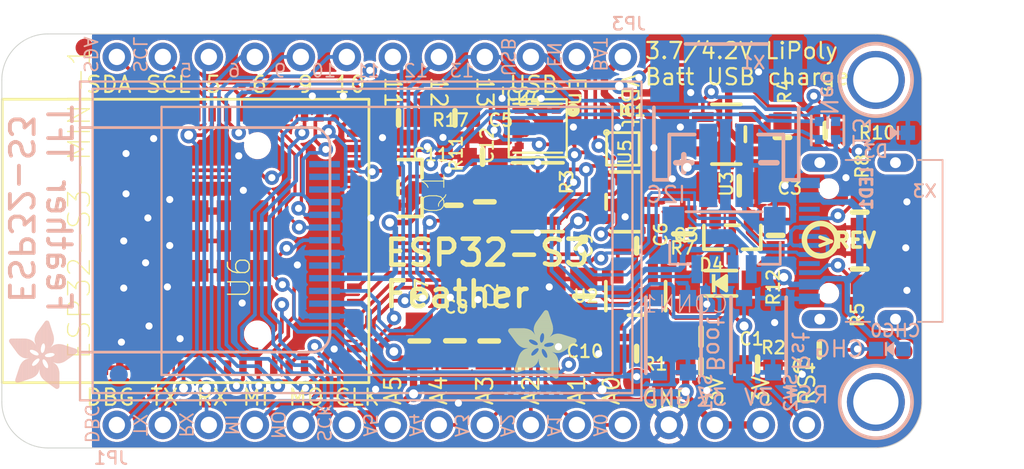
<source format=kicad_pcb>
(kicad_pcb (version 20211014) (generator pcbnew)
  (layers (0 "F.Cu" signal) (31 "B.Cu" signal) (34 "B.Paste" user) (35 "F.Paste" user) (36 "B.SilkS" user "B.Silkscreen") (37 "F.SilkS" user "F.Silkscreen") (38 "B.Mask" user) (39 "F.Mask" user) (44 "Edge.Cuts" user))
  (net 0 "")
  (net 1 "GND")
  (net 2 "VBUS")
  (net 3 "VBAT")
  (net 4 "N$1")
  (net 5 "N$3")
  (net 6 "N$4")
  (net 7 "3.3V")
  (net 8 "RESET")
  (net 9 "EN")
  (net 10 "MOSI")
  (net 11 "SDA")
  (net 12 "SCL")
  (net 13 "MISO")
  (net 14 "SCK")
  (net 15 "VHI")
  (net 16 "N$5")
  (net 17 "D+")
  (net 18 "D-")
  (net 19 "N$8")
  (net 20 "N$9")
  (net 21 "A0")
  (net 22 "A1")
  (net 23 "NEOPIX")
  (net 24 "TXD0")
  (net 25 "BOOT0")
  (net 26 "D6")
  (net 27 "D9")
  (net 28 "D10")
  (net 29 "D11")
  (net 30 "D12")
  (net 31 "D13")
  (net 32 "D5")
  (net 33 "RX")
  (net 34 "TX")
  (net 35 "A2")
  (net 36 "A3")
  (net 37 "A4")
  (net 38 "A5")
  (net 39 "NEOPIX_PWR")
  (net 40 "TFT_RST")
  (net 41 "TFT_DC")
  (net 42 "TFT_CS")
  (net 43 "BACKLITE")
  (net 44 "LEDK")
  (net 45 "N$2")
  (net 46 "IO38_DBLTAP")
  (net 47 "VSENSOR")
  (net 48 "I2C_PWR")
  (footprint "eagleBoard:0603-NO" (layer "F.Cu") (at 170.4721 103.4161 90)
    (fp_text reference "R8")
    (fp_text value "5.1K")
  )
  (footprint "eagleBoard:QFN60_ESP32-S2-MINI-1_EXP" (layer "F.Cu") (at 133.2611 105.0036 90)
    (fp_text reference "U6")
    (fp_text value "ESP32-S3-MINI-1")
  )
  (footprint "eagleBoard:0603-NO" (layer "F.Cu") (at 149.6441 100.3681 180)
    (fp_text reference "C11")
    (fp_text value "1uF")
  )
  (footprint "eagleBoard:TESTPOINT_ROUND_1.5MM_NO" (layer "F.Cu") (at 158.1531 112.7633 180)
    (fp_text reference "TP1" hide)
    (fp_text value "" hide)
  )
  (footprint "eagleBoard:ADAFRUIT_3.5MM" (layer "F.Cu") (at 151.0411 112.6236)
    (fp_text reference "U$54" hide)
    (fp_text value "" hide)
  )
  (footprint "eagleBoard:RESPACK_4X0603" (layer "F.Cu") (at 152.6921 102.5906 -90)
    (fp_text reference "R3")
    (fp_text value "10K")
  )
  (footprint "eagleBoard:SOT23-5" (layer "F.Cu") (at 163.1061 99.1108 -90)
    (fp_text reference "U3")
    (fp_text value "MCP73831T-2ACI/OT")
  )
  (footprint "eagleBoard:SOD-123" (layer "F.Cu") (at 162.8013 107.3404)
    (fp_text reference "D4")
    (fp_text value "MBR540")
  )
  (footprint "eagleBoard:0603-NO" (layer "F.Cu") (at 170.4721 106.553 -90)
    (fp_text reference "R5")
    (fp_text value "5.1K")
  )
  (footprint "eagleBoard:0603-NO" (layer "F.Cu") (at 161.7091 111.9251 180)
    (fp_text reference "R1")
    (fp_text value "5.1K")
  )
  (footprint "eagleBoard:0805-NO" (layer "F.Cu") (at 146.1516 110.5281 90)
    (fp_text reference "C7")
    (fp_text value "10uF")
  )
  (footprint "eagleBoard:0805-NO" (layer "F.Cu") (at 163.8173 101.9556)
    (fp_text reference "C3")
    (fp_text value "10µF")
  )
  (footprint "eagleBoard:0603-NO" (layer "F.Cu") (at 168.5671 98.9076)
    (fp_text reference "R10")
    (fp_text value "5.1K")
  )
  (footprint "eagleBoard:0603-NO" (layer "F.Cu") (at 148.1201 98.2091)
    (fp_text reference "C5")
    (fp_text value "1uF")
  )
  (footprint "eagleBoard:0603-NO" (layer "F.Cu") (at 145.0086 98.2091)
    (fp_text reference "R17")
    (fp_text value "1Meg")
  )
  (footprint "" (layer "F.Cu") (at 125.6411 95.4786)
    (fp_text reference "@HOLE1" hide)
    (fp_text value "")
  )
  (footprint "eagleBoard:BME680" (layer "F.Cu") (at 152.6921 98.7806)
    (fp_text reference "IC2")
    (fp_text value "BME680")
  )
  (footprint "eagleBoard:FIDUCIAL_1MM" (layer "F.Cu") (at 127.6731 94.3356)
    (fp_text reference "U$56" hide)
    (fp_text value "FIDUCIAL_1MM" hide)
  )
  (footprint "eagleBoard:0805-NO" (layer "F.Cu") (at 148.1178 110.5189 90)
    (fp_text reference "C8")
    (fp_text value "10µF")
  )
  (footprint "eagleBoard:0603-NO" (layer "F.Cu") (at 158.1531 105.2703)
    (fp_text reference "R7")
    (fp_text value "100K")
  )
  (footprint "eagleBoard:0603-NO" (layer "F.Cu") (at 164.8333 111.8108)
    (fp_text reference "C4")
    (fp_text value "1uF")
  )
  (footprint "eagleBoard:PCBFEAT-REV-040" (layer "F.Cu") (at 168.3131 104.9401)
    (fp_text reference "U$7" hide)
    (fp_text value "" hide)
  )
  (footprint "eagleBoard:SOT23-5" (layer "F.Cu") (at 158.1023 108.0516 180)
    (fp_text reference "U2")
    (fp_text value "AP2112-3.3")
  )
  (footprint "eagleBoard:FIDUCIAL_1MM" (layer "F.Cu") (at 172.8851 111.0996)
    (fp_text reference "U$55" hide)
    (fp_text value "FIDUCIAL_1MM" hide)
  )
  (footprint "eagleBoard:0805-NO" (layer "F.Cu") (at 155.2321 108.0516 90)
    (fp_text reference "C9")
    (fp_text value "10uF")
  )
  (footprint "eagleBoard:0805-NO" (layer "F.Cu") (at 160.7039 104.6176 90)
    (fp_text reference "C6")
    (fp_text value "10µF")
  )
  (footprint "eagleBoard:0603-NO" (layer "F.Cu") (at 168.2369 111.0234 180)
    (fp_text reference "R2")
    (fp_text value "5.1K")
  )
  (footprint "eagleBoard:0603-NO" (layer "F.Cu") (at 148.0566 103.0351 90)
    (fp_text reference "R11")
    (fp_text value "22")
  )
  (footprint "eagleBoard:WLCSP9" (layer "F.Cu") (at 157.3911 99.9236)
    (fp_text reference "IC1")
    (fp_text value "LC709203F/MH")
  )
  (footprint "eagleBoard:0603-NO" (layer "F.Cu") (at 165.8239 104.6988 -90)
    (fp_text reference "R12")
    (fp_text value "100K")
  )
  (footprint "" (layer "F.Cu") (at 125.6411 114.5921)
    (fp_text reference "@HOLE0" hide)
    (fp_text value "")
  )
  (footprint "eagleBoard:0805-NO" (layer "F.Cu") (at 149.7711 102.8446 90)
    (fp_text reference "C12")
    (fp_text value "10uF")
  )
  (footprint "eagleBoard:0805-NO" (layer "F.Cu") (at 161.7091 110.2868)
    (fp_text reference "C1")
    (fp_text value "10uF")
  )
  (footprint "eagleBoard:0805-NO" (layer "F.Cu") (at 150.0124 110.5281 90)
    (fp_text reference "C2")
    (fp_text value "10uF")
  )
  (footprint "eagleBoard:0603-NO" (layer "F.Cu") (at 166.2049 99.2886 90)
    (fp_text reference "R4")
    (fp_text value "5.1K")
  )
  (footprint "eagleBoard:0603-NO" (layer "F.Cu") (at 158.1531 111.2266 180)
    (fp_text reference "C10")
    (fp_text value "1uF")
  )
  (footprint "eagleBoard:SOT23-R" (layer "F.Cu") (at 163.4363 104.8004 180)
    (fp_text reference "Q3")
    (fp_text value "DMG3415U")
  )
  (footprint "eagleBoard:SOT23-5" (layer "F.Cu") (at 157.5181 102.8446 90)
    (fp_text reference "U5")
    (fp_text value "AP2112-3.3")
  )
  (footprint "eagleBoard:SOT23-R" (layer "F.Cu") (at 145.6436 102.0826 -90)
    (fp_text reference "Q1")
    (fp_text value "BSS138")
  )
  (footprint "eagleBoard:BME280" (layer "F.Cu") (at 152.6921 98.7806)
    (fp_text reference "U4")
    (fp_text value "BME280")
  )
  (footprint "eagleBoard:1X16_ROUND_MIN" (layer "B.Cu") (at 148.5011 115.1636)
    (fp_text reference "JP1")
    (fp_text value "")
  )
  (footprint "eagleBoard:CHIPLED_0603_NOOUTLINE" (layer "B.Cu") (at 172.1231 110.9726 -90)
    (fp_text reference "CHG0")
    (fp_text value "ORANGE")
  )
  (footprint "eagleBoard:FIDUCIAL_1MM" (layer "B.Cu") (at 129.5563 112.388 -90)
    (fp_text reference "U$35" hide)
    (fp_text value "FIDUCIAL_1MM" hide)
  )
  (footprint "eagleBoard:CHIPLED_0603_NOOUTLINE" (layer "B.Cu") (at 172.3771 99.0346 90)
    (fp_text reference "D3")
    (fp_text value "RED")
  )
  (footprint "eagleBoard:BTN_KMR2_4.6X2.8" (layer "B.Cu") (at 160.1851 110.2106 90)
    (fp_text reference "SW1")
    (fp_text value "KMR2")
  )
  (footprint "eagleBoard:JST_SH4_RA" (layer "B.Cu") (at 162.9791 104.8766)
    (fp_text reference "CONN1")
    (fp_text value "STEMMA_I2C_QTRA" hide)
  )
  (footprint "eagleBoard:1X12_ROUND_MIN" (layer "B.Cu") (at 143.4211 94.8436 180)
    (fp_text reference "JP3")
    (fp_text value "")
  )
  (footprint "eagleBoard:ADAFRUIT_3.5MM" (layer "B.Cu") (at 123.4821 113.1951 90)
    (fp_text reference "U$9" hide)
    (fp_text value "" hide)
  )
  (footprint "eagleBoard:FIDUCIAL_1MM" (layer "B.Cu") (at 168.5671 94.5896 -90)
    (fp_text reference "U$34" hide)
    (fp_text value "FIDUCIAL_1MM" hide)
  )
  (footprint "eagleBoard:TFT_1.14IN_240X135_WRAPUNDER" (layer "B.Cu") (at 127.4191 105.0036 90)
    (fp_text reference "DISP1" hide)
    (fp_text value "DISP_LCD_GENERIC_SPI_1.14IN_240X135_WRAPUNDER" hide)
  )
  (footprint "eagleBoard:JSTPH2_BATT" (layer "B.Cu") (at 163.1061 97.1296 180)
    (fp_text reference "X1")
    (fp_text value "JSTPH")
  )
  (footprint "eagleBoard:BTN_KMR2_4.6X2.8" (layer "B.Cu") (at 164.8841 110.2106 90)
    (fp_text reference "SW2")
    (fp_text value "KMR2")
  )
  (footprint "eagleBoard:MOUNTINGHOLE_2.5_PLATED" (layer "B.Cu") (at 171.3611 113.8936 -90)
    (fp_text reference "U$32" hide)
    (fp_text value "MOUNTINGHOLE2.5" hide)
  )
  (footprint "eagleBoard:USB_C_CUSB31-CFM2AX-01-X" (layer "B.Cu") (at 171.2341 105.0036 -90)
    (fp_text reference "X3")
    (fp_text value "USB C")
  )
  (footprint "eagleBoard:MOUNTINGHOLE_2.5_PLATED" (layer "B.Cu") (at 171.3611 96.1136 -90)
    (fp_text reference "U$31" hide)
    (fp_text value "MOUNTINGHOLE2.5" hide)
  )
  (footprint "eagleBoard:SK6805_1515" (layer "B.Cu") (at 168.6941 98.9076 90)
    (fp_text reference "LED1")
    (fp_text value "WS2812B_SK6805_1515")
  )
  (gr_arc (start 173.9011 113.8936) (mid 173.157151 115.689651) (end 171.3611 116.4336) (layer "Edge.Cuts") (width 0.05))
  (gr_line (start 173.9011 96.1136) (end 173.9011 113.8936) (layer "Edge.Cuts") (width 0.05))
  (gr_line (start 123.1011 113.8936) (end 123.1011 96.1136) (layer "Edge.Cuts") (width 0.05))
  (gr_arc (start 123.1011 96.1136) (mid 123.845049 94.317549) (end 125.6411 93.5736) (layer "Edge.Cuts") (width 0.05))
  (gr_line (start 125.6411 93.5736) (end 171.3611 93.5736) (layer "Edge.Cuts") (width 0.05))
  (gr_arc (start 125.6411 116.4336) (mid 123.845049 115.689651) (end 123.1011 113.8936) (layer "Edge.Cuts") (width 0.05))
  (gr_arc (start 171.3611 93.5736) (mid 173.157151 94.317549) (end 173.9011 96.1136) (layer "Edge.Cuts") (width 0.05))
  (gr_line (start 171.3611 116.4336) (end 125.6411 116.4336) (layer "Edge.Cuts") (width 0.05))
  (gr_text "12" (at 145.9611 95.6056) (layer "B.SilkS") (effects (font (size 0.715264 0.715264) (thickness 0.097536)) (justify mirror)))
  (gr_text "13" (at 170.5356 99.0346 -90) (layer "B.SilkS") (effects (font (size 0.89408 0.89408) (thickness 0.12192)) (justify mirror)))
  (gr_text "MI" (at 135.8011 115.1636 -90) (layer "B.SilkS") (effects (font (size 0.715264 0.715264) (thickness 0.097536)) (justify mirror)))
  (gr_text "CHG" (at 169.3291 110.9726) (layer "B.SilkS") (effects (font (size 0.89408 0.89408) (thickness 0.12192)) (justify mirror)))
  (gr_text "Boot" (at 162.4711 110.7186 -90) (layer "B.SilkS") (effects (font (size 0.89408 0.89408) (thickness 0.12192)) (justify mirror)))
  (gr_text "DBG" (at 128.0541 115.1001 -90) (layer "B.SilkS") (effects (font (size 0.715264 0.715264) (thickness 0.097536)) (justify mirror)))
  (gr_text "MO" (at 138.3411 115.1636 -90) (layer "B.SilkS") (effects (font (size 0.715264 0.715264) (thickness 0.097536)) (justify mirror)))
  (gr_text "SCK" (at 140.8811 115.0366 -90) (layer "B.SilkS") (effects (font (size 0.715264 0.715264) (thickness 0.097536)) (justify mirror)))
  (gr_text "BAT" (at 156.1211 94.7166 -90) (layer "B.SilkS") (effects (font (size 0.715264 0.715264) (thickness 0.097536)) (justify mirror)))
  (gr_text "13" (at 148.5011 95.6056) (layer "B.SilkS") (effects (font (size 0.715264 0.715264) (thickness 0.097536)) (justify mirror)))
  (gr_text "A2" (at 150.9903 115.189 -90) (layer "B.SilkS") (effects (font (size 0.715264 0.715264) (thickness 0.097536)) (justify mirror)))
  (gr_text "TX" (at 130.7211 115.1636 -90) (layer "B.SilkS") (effects (font (size 0.715264 0.715264) (thickness 0.097536)) (justify mirror)))
  (gr_text "A0" (at 156.1211 115.1636 -90) (layer "B.SilkS") (effects (font (size 0.715264 0.715264) (thickness 0.097536)) (justify mirror)))
  (gr_text "6" (at 135.9281 95.6056) (layer "B.SilkS") (effects (font (size 0.715264 0.715264) (thickness 0.097536)) (justify mirror)))
  (gr_text "11" (at 143.2941 95.6056) (layer "B.SilkS") (effects (font (size 0.715264 0.715264) (thickness 0.097536)) (justify mirror)))
  (gr_text "9" (at 138.4681 95.6056) (layer "B.SilkS") (effects (font (size 0.715264 0.715264) (thickness 0.097536)) (justify mirror)))
  (gr_text "SDA" (at 127.9906 94.7166 -90) (layer "B.SilkS") (effects (font (size 0.715264 0.715264) (thickness 0.097536)) (justify mirror)))
  (gr_text "5" (at 133.2611 95.6056) (layer "B.SilkS") (effects (font (size 0.715264 0.715264) (thickness 0.097536)) (justify mirror)))
  (gr_text "A5" (at 143.4211 115.1636 -90) (layer "B.SilkS") (effects (font (size 0.715264 0.715264) (thickness 0.097536)) (justify mirror)))
  (gr_text "A1" (at 153.5811 115.1636 -90) (layer "B.SilkS") (effects (font (size 0.715264 0.715264) (thickness 0.097536)) (justify mirror)))
  (gr_text "EN" (at 153.5811 94.7166 -90) (layer "B.SilkS") (effects (font (size 0.715264 0.715264) (thickness 0.097536)) (justify mirror)))
  (gr_text "USB" (at 151.0411 94.8436 -90) (layer "B.SilkS") (effects (font (size 0.715264 0.715264) (thickness 0.097536)) (justify mirror)))
  (gr_text "3V" (at 164.8841 113.6396) (layer "B.SilkS") (effects (font (size 0.89408 0.89408) (thickness 0.12192)) (justify mirror)))
  (gr_text "GND" (at 159.8041 113.6396) (layer "B.SilkS") (effects (font (size 0.89408 0.89408) (thickness 0.12192)) (justify mirror)))
  (gr_text "I2C" (at 160.9471 102.9716) (layer "B.SilkS") (effects (font (size 0.89408 0.89408) (thickness 0.12192)) (justify left bottom mirror)))
  (gr_text "Rst" (at 167.1701 111.0996 -90) (layer "B.SilkS") (effects (font (size 0.89408 0.89408) (thickness 0.12192)) (justify mirror)))
  (gr_text "RST" (at 167.5511 113.5126) (layer "B.SilkS") (effects (font (size 0.89408 0.89408) (thickness 0.12192)) (justify mirror)))
  (gr_text "10" (at 140.8811 95.6056) (layer "B.SilkS") (effects (font (size 0.715264 0.715264) (thickness 0.097536)) (justify mirror)))
  (gr_text "A4" (at 145.9611 115.1636 -90) (layer "B.SilkS") (effects (font (size 0.715264 0.715264) (thickness 0.097536)) (justify mirror)))
  (gr_text "RX" (at 133.2611 115.1636 -90) (layer "B.SilkS") (effects (font (size 0.715264 0.715264) (thickness 0.097536)) (justify mirror)))
  (gr_text "Neo" (at 168.7576 96.8121 -90) (layer "B.SilkS") (effects (font (size 0.89408 0.89408) (thickness 0.12192)) (justify mirror)))
  (gr_text "Feather TFT\nESP32-S3" (at 125.1966 103.2256 -90) (layer "B.SilkS") (effects (font (size 1.31064 1.31064) (thickness 0.21336)) (justify mirror)))
  (gr_text "SCL" (at 130.7211 94.7166 -90) (layer "B.SilkS") (effects (font (size 0.715264 0.715264) (thickness 0.097536)) (justify mirror)))
  (gr_text "3V" (at 162.3441 113.6396) (layer "B.SilkS") (effects (font (size 0.89408 0.89408) (thickness 0.12192)) (justify mirror)))
  (gr_text "A3" (at 148.4757 115.189 -90) (layer "B.SilkS") (effects (font (size 0.715264 0.715264) (thickness 0.097536)) (justify mirror)))
  (gr_text "6" (at 136.8171 96.3676) (layer "F.SilkS") (effects (font (size 0.89408 0.89408) (thickness 0.12192)) (justify left)))
  (gr_text "USB" (at 151.0411 96.3676) (layer "F.SilkS") (effects (font (size 0.89408 0.89408) (thickness 0.12192)) (justify left)))
  (gr_text "CLK" (at 141.3891 113.6396) (layer "F.SilkS") (effects (font (size 0.89408 0.89408) (thickness 0.12192)) (justify left)))
  (gr_text "3V" (at 162.4711 114.1476 90) (layer "F.SilkS") (effects (font (size 0.89408 0.89408) (thickness 0.12192)) (justify left)))
  (gr_text "TX" (at 131.2291 113.6396) (layer "F.SilkS") (effects (font (size 0.89408 0.89408) (thickness 0.12192)) (justify left)))
  (gr_text "MO" (at 138.8491 113.6396) (layer "F.SilkS") (effects (font (size 0.89408 0.89408) (thickness 0.12192)) (justify left)))
  (gr_text "A4" (at 147.2311 114.1476 90) (layer "F.SilkS") (effects (font (size 0.89408 0.89408) (thickness 0.12192)) (justify left)))
  (gr_text "A1" (at 154.8511 114.1476 90) (layer "F.SilkS") (effects (font (size 0.89408 0.89408) (thickness 0.12192)) (justify left)))
  (gr_text "SCL" (at 130.9751 96.3676) (layer "F.SilkS") (effects (font (size 0.89408 0.89408) (thickness 0.12192)) (justify left)))
  (gr_text "A5" (at 144.6911 114.1476 90) (layer "F.SilkS") (effects (font (size 0.89408 0.89408) (thickness 0.12192)) (justify left)))
  (gr_text "GND" (at 161.2646 113.7666) (layer "F.SilkS") (effects (font (size 0.89408 0.89408) (thickness 0.12192)) (justify right)))
  (gr_text "A0" (at 156.7561 114.1476 90) (layer "F.SilkS") (effects (font (size 0.89408 0.89408) (thickness 0.12192)) (justify left)))
  (gr_text "11" (at 144.6911 95.8596 270) (layer "F.SilkS") (effects (font (size 0.89408 0.89408) (thickness 0.12192)) (justify left)))
  (gr_text "RX" (at 133.7691 113.6396) (layer "F.SilkS") (effects (font (size 0.89408 0.89408) (thickness 0.12192)) (justify left)))
  (gr_text "En" (at 154.8511 95.8596 270) (layer "F.SilkS") (effects (font (size 0.89408 0.89408) (thickness 0.12192)) (justify left)))
  (gr_text "10" (at 141.3891 96.3676) (layer "F.SilkS") (effects (font (size 0.89408 0.89408) (thickness 0.12192)) (justify left)))
  (gr_text "MI" (at 136.3091 113.6396) (layer "F.SilkS") (effects (font (size 0.89408 0.89408) (thickness 0.12192)) (justify left)))
  (gr_text "13" (at 149.7711 95.8596 270) (layer "F.SilkS") (effects (font (size 0.89408 0.89408) (thickness 0.12192)) (justify left)))
  (gr_text "ESP32-S3\nFeather" (at 144.1069 106.807) (layer "F.SilkS") (effects (font (size 1.42494 1.42494) (thickness 0.25146)) (justify left)))
  (gr_text "DBG" (at 127.6731 113.6396) (layer "F.SilkS") (effects (font (size 0.89408 0.89408) (thickness 0.12192)) (justify left)))
  (gr_text "SDA" (at 127.6731 96.3676) (layer "F.SilkS") (effects (font (size 0.89408 0.89408) (thickness 0.12192)) (justify left)))
  (gr_text "5" (at 134.2771 96.3676) (layer "F.SilkS") (effects (font (size 0.89408 0.89408) (thickness 0.12192)) (justify left)))
  (gr_text "3.7/4.2V LiPoly\nBatt USB charge" (at 158.5341 95.2246) (layer "F.SilkS") (effects (font (size 0.89408 0.89408) (thickness 0.12192)) (justify left)))
  (gr_text "A2" (at 152.3111 114.1476 90) (layer "F.SilkS") (effects (font (size 0.89408 0.89408) (thickness 0.12192)) (justify left)))
  (gr_text "VBat" (at 157.7721 95.6691 270) (layer "F.SilkS") (effects (font (size 0.89408 0.89408) (thickness 0.12192)) (justify left)))
  (gr_text "12" (at 147.2311 95.8596 270) (layer "F.SilkS") (effects (font (size 0.89408 0.89408) (thickness 0.12192)) (justify left)))
  (gr_text "A3" (at 149.7711 114.1476 90) (layer "F.SilkS") (effects (font (size 0.89408 0.89408) (thickness 0.12192)) (justify left)))
  (gr_text "RST" (at 167.5511 114.1476 90) (layer "F.SilkS") (effects (font (size 0.89408 0.89408) (thickness 0.12192)) (justify left)))
  (gr_text "3V" (at 165.0111 114.1476 90) (layer "F.SilkS") (effects (font (size 0.89408 0.89408) (thickness 0.12192)) (justify left)))
  (gr_text "9" (at 139.3571 96.3676) (layer "F.SilkS") (effects (font (size 0.89408 0.89408) (thickness 0.12192)) (justify left)))
  (segment (start 153.0731 97.8281) (end 152.8826 97.6376) (width 0.1524) (layer "F.Cu") (net 1))
  (segment (start 152.8826 97.6376) (end 152.8826 97.1296) (width 0.1524) (layer "F.Cu") (net 1))
  (segment (start 146.1516 109.5781) (end 145.763606 109.5781) (width 0.4064) (layer "F.Cu") (net 1))
  (segment (start 148.9701 98.2091) (end 148.9701 99.2886) (width 0.4064) (layer "F.Cu") (net 1))
  (segment (start 154.5336 97.5741) (end 154.5336 97.0026) (width 0.1524) (layer "F.Cu") (net 1))
  (segment (start 143.9291 113.0046) (end 143.7386 113.1951) (width 0.254) (layer "F.Cu") (net 1))
  (segment (start 153.7171 97.7556) (end 153.7171 97.8056) (width 0.1524) (layer "F.Cu") (net 1))
  (segment (start 153.8921 97.5806) (end 153.7171 97.7556) (width 0.1524) (layer "F.Cu") (net 1))
  (segment (start 141.8804 98.689404) (end 141.8804 105.6553) (width 0.254) (layer "F.Cu") (net 1))
  (segment (start 160.7039 102.6014) (end 160.7039 103.6676) (width 0.3048) (layer "F.Cu") (net 1))
  (segment (start 160.6296 102.5271) (end 160.7039 102.6014) (width 0.3048) (layer "F.Cu") (net 1))
  (segment (start 150.9331 98.3806) (end 150.9141 98.3996) (width 0.1524) (layer "F.Cu") (net 1))
  (segment (start 135.5662 103.3536) (end 137.2162 103.3536) (width 0.4064) (layer "F.Cu") (net 1))
  (segment (start 140.9446 107.9246) (end 140.9446 106.647044) (width 0.254) (layer "F.Cu") (net 1))
  (segment (start 150.7236 98.2091) (end 150.7236 97.1296) (width 0.1524) (layer "F.Cu") (net 1))
  (segment (start 139.4206 106.329544) (end 139.7381 106.647044) (width 0.254) (layer "F.Cu") (net 1))
  (segment (start 157.5181 103.6701) (end 156.8767 103.0287) (width 0.2032) (layer "F.Cu") (net 1))
  (segment (start 145.029506 110.3122) (end 144.484428 110.3122) (width 0.254) (layer "F.Cu") (net 1))
  (segment (start 133.9162 103.3536) (end 135.5662 103.3536) (width 0.4064) (layer "F.Cu") (net 1))
  (segment (start 151.5671 98.4556) (end 151.6671 98.4556) (width 0.1524) (layer "F.Cu") (net 1))
  (segment (start 158.8182 102.8446) (end 159.5501 102.8446) (width 0.3048) (layer "F.Cu") (net 1))
  (segment (start 159.5501 102.8446) (end 159.8676 102.5271) (width 0.3048) (layer "F.Cu") (net 1))
  (segment (start 159.8676 102.5271) (end 160.6296 102.5271) (width 0.3048) (layer "F.Cu") (net 1))
  (segment (start 141.719406 105.816294) (end 141.4526 106.0831) (width 0.3048) (layer "F.Cu") (net 1))
  (segment (start 141.5796 111.016997) (end 141.5796 108.5596) (width 0.254) (layer "F.Cu") (net 1))
  (segment (start 153.0096 97.0026) (end 152.8826 97.1296) (width 0.1524) (layer "F.Cu") (net 1))
  (segment (start 151.4921 98.3806) (end 151.5671 98.4556) (width 0.1524) (layer "F.Cu") (net 1))
  (segment (start 153.9321 103.8906) (end 153.5421 103.8906) (width 0.2032) (layer "F.Cu") (net 1))
  (segment (start 143.9531 98.0036) (end 144.1586 98.2091) (width 0.254) (layer "F.Cu") (net 1))
  (segment (start 144.1856 103.0326) (end 143.4846 103.7336) (width 0.2032) (layer "F.Cu") (net 1))
  (segment (start 141.4526 106.0831) (end 140.9446 106.5911) (width 0.3048) (layer "F.Cu") (net 1))
  (segment (start 142.566203 98.0036) (end 141.8804 98.689404) (width 0.254) (layer "F.Cu") (net 1))
  (segment (start 153.7171 97.8056) (end 153.0956 97.8056) (width 0.1524) (layer "F.Cu") (net 1))
  (segment (start 145.105706 110.236) (end 145.029506 110.3122) (width 0.254) (layer "F.Cu") (net 1))
  (segment (start 144.484428 110.3122) (end 143.9291 110.867529) (width 0.254) (layer "F.Cu") (net 1))
  (segment (start 154.5336 97.0026) (end 153.0096 97.0026) (width 0.1524) (layer "F.Cu") (net 1))
  (segment (start 141.8804 105.6553) (end 141.4526 106.0831) (width 0.254) (layer "F.Cu") (net 1))
  (segment (start 154.794 103.0287) (end 156.8767 103.0287) (width 0.2032) (layer "F.Cu") (net 1))
  (segment (start 144.6436 103.0326) (end 144.1856 103.0326) (width 0.2032) (layer "F.Cu") (net 1))
  (segment (start 142.566203 112.0036) (end 141.5796 111.016997) (width 0.254) (layer "F.Cu") (net 1))
  (segment (start 154.794 103.0287) (end 153.9321 103.8906) (width 0.2032) (layer "F.Cu") (net 1))
  (segment (start 153.3906 104.5566) (end 153.3906 104.6226) (width 0.254) (layer "F.Cu") (net 1))
  (segment (start 143.9291 110.867529) (end 143.9291 113.0046) (width 0.254) (layer "F.Cu") (net 1))
  (segment (start 150.9141 98.3996) (end 150.7236 98.2091) (width 0.1524) (layer "F.Cu") (net 1))
  (segment (start 145.763606 109.5781) (end 145.105706 110.236) (width 0.4064) (layer "F.Cu") (net 1))
  (segment (start 153.0956 97.8056) (end 153.0731 97.8281) (width 0.1524) (layer "F.Cu") (net 1))
  (segment (start 141.5796 108.5596) (end 140.9446 107.9246) (width 0.254) (layer "F.Cu") (net 1))
  (segment (start 153.8921 97.5806) (end 153.8986 97.5741) (width 0.1524) (layer "F.Cu") (net 1))
  (segment (start 153.8986 97.5741) (end 154.5336 97.5741) (width 0.1524) (layer "F.Cu") (net 1))
  (segment (start 147.4597 99.2886) (end 148.9701 99.2886) (width 0.4064) (layer "F.Cu") (net 1))
  (segment (start 151.4921 98.3806) (end 150.9331 98.3806) (width 0.1524) (layer "F.Cu") (net 1))
  (segment (start 140.9446 106.647044) (end 139.7381 106.647044) (width 0.254) (layer "F.Cu") (net 1))
  (via (at 164.8841 95.6691) (size 0.8001) (drill 0.3937) (layers "F.Cu" "B.Cu") (net 1))
  (via (at 129.9591 100.1776) (size 0.8001) (drill 0.3937) (layers "F.Cu" "B.Cu") (net 1))
  (via (at 129.9591 102.4001) (size 0.8001) (drill 0.3937) (layers "F.Cu" "B.Cu") (net 1))
  (via (at 173.0121 105.3846) (size 0.8001) (drill 0.3937) (layers "F.Cu" "B.Cu") (net 1))
  (via (at 173.0756 102.8446) (size 0.8001) (drill 0.3937) (layers "F.Cu" "B.Cu") (net 1))
  (via (at 131.1656 103.7336) (size 0.8001) (drill 0.3937) (layers "F.Cu" "B.Cu") (net 1))
  (via (at 157.099 98.7298) (size 0.8001) (drill 0.3937) (layers "F.Cu" "B.Cu") (net 1))
  (via (at 153.3271 107.5436) (size 0.8001) (drill 0.3937) (layers "F.Cu" "B.Cu") (net 1))
  (via (at 132.3721 105.2576) (size 0.8001) (drill 0.3937) (layers "F.Cu" "B.Cu") (net 1))
  (via (at 129.8321 105.0036) (size 0.8001) (drill 0.3937) (layers "F.Cu" "B.Cu") (net 1))
  (via (at 136.4361 102.2096) (size 0.8001) (drill 0.3937) (layers "F.Cu" "B.Cu") (net 1))
  (via (at 165.7731 109.5121) (size 0.8001) (drill 0.3937) (layers "F.Cu" "B.Cu") (net 1))
  (via (at 141.4526 110.9726) (size 0.8001) (drill 0.3937) (layers "F.Cu" "B.Cu") (net 1))
  (via (at 147.4597 99.2886) (size 0.8001) (drill 0.3937) (layers "F.Cu" "B.Cu") (net 1))
  (via (at 157.5181 103.6701) (size 0.8001) (drill 0.3937) (layers "F.Cu" "B.Cu") (net 1))
  (via (at 149.3901 108.2421) (size 0.8001) (drill 0.3937) (layers "F.Cu" "B.Cu") (net 1))
  (via (at 141.9606 97.0026) (size 0.8001) (drill 0.3937) (layers "F.Cu" "B.Cu") (net 1))
  (via (at 144.1196 99.3013) (size 0.8001) (drill 0.3937) (layers "F.Cu" "B.Cu") (net 1))
  (via (at 173.0756 107.7341) (size 0.8001) (drill 0.3937) (layers "F.Cu" "B.Cu") (net 1))
  (via (at 167.2971 112.3696) (size 0.8001) (drill 0.3937) (layers "F.Cu" "B.Cu") (net 1))
  (via (at 129.7051 110.5916) (size 0.8001) (drill 0.3937) (layers "F.Cu" "B.Cu") (net 1))
  (via (at 160.1216 101.5746) (size 0.8001) (drill 0.3937) (layers "F.Cu" "B.Cu") (net 1))
  (via (at 154.6606 98.7171) (size 0.8001) (drill 0.3937) (layers "F.Cu" "B.Cu") (net 1))
  (via (at 166.3446 101.9556) (size 0.8001) (drill 0.3937) (layers "F.Cu" "B.Cu") (net 1))
  (via (at 152.8826 97.1296) (size 0.8001) (drill 0.3937) (layers "F.Cu" "B.Cu") (net 1))
  (via (at 159.1056 99.8601) (size 0.8001) (drill 0.3937) (layers "F.Cu" "B.Cu") (net 1))
  (via (at 132.2451 107.5436) (size 0.8001) (drill 0.3937) (layers "F.Cu" "B.Cu") (net 1))
  (via (at 136.3726 108.4326) (size 0.8001) (drill 0.3937) (layers "F.Cu" "B.Cu") (net 1))
  (via (at 139.4206 106.329544) (size 0.8001) (drill 0.3937) (layers "F.Cu" "B.Cu") (net 1))
  (via (at 160.5661 98.7171) (size 0.8001) (drill 0.3937) (layers "F.Cu" "B.Cu") (net 1))
  (via (at 152.6667 104.5591) (size 0.8001) (drill 0.3937) (layers "F.Cu" "B.Cu") (net 1))
  (via (at 150.7236 97.1296) (size 0.8001) (drill 0.3937) (layers "F.Cu" "B.Cu") (net 1))
  (via (at 136.1821 100.3046) (size 0.8001) (drill 0.3937) (layers "F.Cu" "B.Cu") (net 1))
  (via (at 143.7386 113.1951) (size 0.8001) (drill 0.3937) (layers "F.Cu" "B.Cu") (net 1))
  (via (at 131.2291 109.7026) (size 0.8001) (drill 0.3937) (layers "F.Cu" "B.Cu") (net 1))
  (via (at 162.0266 108.4961) (size 0.8001) (drill 0.3937) (layers "F.Cu" "B.Cu") (net 1))
  (via (at 132.3721 102.7176) (size 0.8001) (drill 0.3937) (layers "F.Cu" "B.Cu") (net 1))
  (via (at 140.2461 97.0026) (size 0.8001) (drill 0.3937) (layers "F.Cu" "B.Cu") (net 1))
  (via (at 162.0266 113.2586) (size 0.8001) (drill 0.3937) (layers "F.Cu" "B.Cu") (net 1))
  (via (at 147.8661 108.1151) (size 0.8001) (drill 0.3937) (layers "F.Cu" "B.Cu") (net 1))
  (via (at 153.8351 110.8456) (size 0.8001) (drill 0.3937) (layers "F.Cu" "B.Cu") (net 1))
  (via (at 156.0576 111.2266) (size 0.8001) (drill 0.3937) (layers "F.Cu" "B.Cu") (net 1))
  (via (at 131.4831 99.3521) (size 0.8001) (drill 0.3937) (layers "F.Cu" "B.Cu") (net 1))
  (via (at 129.8321 107.6071) (size 0.8001) (drill 0.3937) (layers "F.Cu" "B.Cu") (net 1))
  (via (at 132.9436 110.4011) (size 0.8001) (drill 0.3937) (layers "F.Cu" "B.Cu") (net 1))
  (via (at 131.0386 106.2101) (size 0.8001) (drill 0.3937) (layers "F.Cu" "B.Cu") (net 1))
  (via (at 148.3106 113.9571) (size 0.8001) (drill 0.3937) (layers "F.Cu" "B.Cu") (net 1))
  (via (at 169.7101 101.5111) (size 0.8001) (drill 0.3937) (layers "F.Cu" "B.Cu") (net 1))
  (via (at 161.1376 96.8121) (size 0.8001) (drill 0.3937) (layers "F.Cu" "B.Cu") (net 1))
  (via (at 143.4846 103.7336) (size 0.8001) (drill 0.3937) (layers "F.Cu" "B.Cu") (net 1))
  (segment (start 139.5476 105.6636) (end 139.5476 106.202544) (width 0.3048) (layer "B.Cu") (net 1))
  (segment (start 140.032987 109.1636) (end 139.829037 108.95965) (width 0.2032) (layer "B.Cu") (net 1))
  (segment (start 139.6746 107.7976) (end 139.6746 108.8136) (width 0.2032) (layer "B.Cu") (net 1))
  (segment (start 140.9191 105.6636) (end 139.5476 105.6636) (width 0.3048) (layer "B.Cu") (net 1))
  (segment (start 160.1791 104.0144) (end 160.7238 104.5591) (width 0.1778) (layer "B.Cu") (net 1))
  (segment (start 139.82065 108.95965) (end 139.6746 108.8136) (width 0.2032) (layer "B.Cu") (net 1))
  (segment (start 163.2966 104.5591) (end 164.4791 105.7416) (width 0.1778) (layer "B.Cu") (net 1))
  (segment (start 139.5476 106.202544) (end 139.4206 106.329544) (width 0.3048) (layer "B.Cu") (net 1))
  (segment (start 140.9191 109.1636) (end 140.032987 109.1636) (width 0.2032) (layer "B.Cu") (net 1))
  (segment (start 139.6746 107.7976) (end 139.4206 107.5436) (width 0.2032) (layer "B.Cu") (net 1))
  (segment (start 160.7238 104.5591) (end 163.2966 104.5591) (width 0.1778) (layer "B.Cu") (net 1))
  (segment (start 164.4791 105.7416) (end 164.4791 106.5626) (width 0.1778) (layer "B.Cu") (net 1))
  (segment (start 139.829037 108.95965) (end 139.82065 108.95965) (width 0.2032) (layer "B.Cu") (net 1))
  (segment (start 162.68065 95.81515) (end 159.9311 95.81515) (width 0.4064) (layer "F.Cu") (net 2))
  (segment (start 164.4062 100.0608) (end 163.253 98.9076) (width 0.4064) (layer "F.Cu") (net 2))
  (segment (start 159.9311 95.81515) (end 158.9151 96.83115) (width 0.4064) (layer "F.Cu") (net 2))
  (segment (start 164.3863 103.403232) (end 163.8302 102.847132) (width 0.3048) (layer "F.Cu") (net 2))
  (segment (start 163.8302 100.746569) (end 164.4062 100.170569) (width 0.3048) (layer "F.Cu") (net 2))
  (segment (start 158.9151 96.83115) (end 157.5816 96.83115) (width 0.4064) (layer "F.Cu") (net 2))
  (segment (start 164.3863 103.8004) (end 164.3863 103.403232) (width 0.3048) (layer "F.Cu") (net 2))
  (segment (start 165.8239 105.5488) (end 165.4293 105.5488) (width 0.4064) (layer "F.Cu") (net 2))
  (segment (start 165.94645 107.3404) (end 166.2811 107.00575) (width 0.4064) (layer "F.Cu") (net 2))
  (segment (start 165.4293 105.5488) (end 164.3863 104.5058) (width 0.4064) (layer "F.Cu") (net 2))
  (segment (start 164.6513 107.3404) (end 164.6513 106.7214) (width 0.4064) (layer "F.Cu") (net 2))
  (segment (start 163.253 98.9076) (end 163.2331 98.9076) (width 0.4064) (layer "F.Cu") (net 2))
  (segment (start 163.8302 102.847132) (end 163.8302 100.746569) (width 0.3048) (layer "F.Cu") (net 2))
  (segment (start 164.6513 107.3404) (end 165.94645 107.3404) (width 0.4064) (layer "F.Cu") (net 2))
  (segment (start 163.2331 98.9076) (end 163.2331 96.3676) (width 0.4064) (layer "F.Cu") (net 2))
  (segment (start 164.4062 100.170569) (end 164.4062 100.0608) (width 0.3048) (layer "F.Cu") (net 2))
  (segment (start 163.2331 96.3676) (end 162.68065 95.81515) (width 0.4064) (layer "F.Cu") (net 2))
  (segment (start 164.3863 104.5058) (end 164.3863 103.8004) (width 0.4064) (layer "F.Cu") (net 2))
  (segment (start 157.2006 96.45015) (end 157.5816 96.83115) (width 0.4064) (layer "F.Cu") (net 2))
  (segment (start 164.6513 106.7214) (end 165.8239 105.5488) (width 0.4064) (layer "F.Cu") (net 2))
  (via (at 166.2811 107.00575) (size 0.889) (drill 0.4826) (layers "F.Cu" "B.Cu") (net 2))
  (via (at 157.2006 96.45015) (size 0.889) (drill 0.4826) (layers "F.Cu" "B.Cu") (net 2))
  (segment (start 168.545681 107.086) (end 169.9137 107.086) (width 0.3048) (layer "B.Cu") (net 2))
  (segment (start 168.215081 102.5906) (end 167.7021 102.5906) (width 0.3048) (layer "B.Cu") (net 2))
  (segment (start 166.67895 107.4036) (end 167.6891 107.4036) (width 0.3048) (layer "B.Cu") (net 2))
  (segment (start 166.2811 107.00575) (end 166.67895 107.4036) (width 0.3048) (layer "B.Cu") (net 2))
  (segment (start 167.6891 107.4036) (end 168.228081 107.4036) (width 0.3048) (layer "B.Cu") (net 2))
  (segment (start 152.3111 94.8436) (end 153.0731 94.8436) (width 0.4064) (layer "B.Cu") (net 2))
  (segment (start 169.9772 102.8577) (end 168.482181 102.8577) (width 0.3048) (layer "B.Cu") (net 2))
  (segment (start 169.7867 108.8902) (end 169.7867 107.213) (width 0.3048) (layer "B.Cu") (net 2))
  (segment (start 172.1111 110.2106) (end 172.8731 110.9726) (width 0.3048) (layer "B.Cu") (net 2))
  (segment (start 167.7021 102.5906) (end 167.6891 102.6036) (width 0.3048) (layer "B.Cu") (net 2))
  (segment (start 168.228081 107.4036) (end 168.545681 107.086) (width 0.3048) (layer "B.Cu") (net 2))
  (segment (start 168.482181 102.8577) (end 168.215081 102.5906) (width 0.3048) (layer "B.Cu") (net 2))
  (segment (start 170.4721 103.3526) (end 169.9772 102.8577) (width 0.4064) (layer "B.Cu") (net 2))
  (segment (start 157.2006 96.45015) (end 154.67965 96.45015) (width 0.4064) (layer "B.Cu") (net 2))
  (segment (start 169.9137 107.086) (end 170.4721 106.5276) (width 0.4064) (layer "B.Cu") (net 2))
  (segment (start 172.1111 110.2106) (end 171.1071 110.2106) (width 0.3048) (layer "B.Cu") (net 2))
  (segment (start 171.1071 110.2106) (end 169.7867 108.8902) (width 0.3048) (layer "B.Cu") (net 2))
  (segment (start 170.4721 106.5276) (end 170.4721 103.3526) (width 0.4064) (layer "B.Cu") (net 2))
  (segment (start 169.7867 107.213) (end 169.9137 107.086) (width 0.4064) (layer "B.Cu") (net 2))
  (segment (start 154.67965 96.45015) (end 153.0731 94.8436) (width 0.4064) (layer "B.Cu") (net 2))
  (segment (start 162.8673 102.7963) (end 162.8673 101.9556) (width 0.4064) (layer "F.Cu") (net 3))
  (segment (start 156.3751 95.8596) (end 157.3911 94.8436) (width 0.4064) (layer "F.Cu") (net 3))
  (segment (start 157.8911 99.4236) (end 157.8991 99.4156) (width 0.4064) (layer "F.Cu") (net 3))
  (segment (start 157.8991 99.4156) (end 157.8991 98.3996) (width 0.4064) (layer "F.Cu") (net 3))
  (segment (start 161.806 100.8943) (end 161.7243 100.8126) (width 0.4064) (layer "F.Cu") (net 3))
  (segment (start 158.600787 97.894788) (end 157.8991 97.894788) (width 0.4064) (layer "F.Cu") (net 3))
  (segment (start 161.806 100.0608) (end 161.806 100.8943) (width 0.4064) (layer "F.Cu") (net 3))
  (segment (start 161.806 100.0608) (end 160.7668 100.0608) (width 0.4064) (layer "F.Cu") (net 3))
  (segment (start 157.8991 98.3996) (end 156.3751 96.8756) (width 0.4064) (layer "F.Cu") (net 3))
  (segment (start 163.4363 105.8004) (end 163.4363 103.3653) (width 0.4064) (layer "F.Cu") (net 3))
  (segment (start 161.0741 100.8126) (end 160.9471 100.9396) (width 0.3048) (layer "F.Cu") (net 3))
  (segment (start 162.8673 101.9556) (end 161.806 100.8943) (width 0.4064) (layer "F.Cu") (net 3))
  (segment (start 157.8991 98.3996) (end 157.8991 97.894788) (width 0.4064) (layer "F.Cu") (net 3))
  (segment (start 161.0741 100.8126) (end 161.7243 100.8126) (width 0.4064) (layer "F.Cu") (net 3))
  (segment (start 160.7668 100.0608) (end 158.600787 97.894788) (width 0.4064) (layer "F.Cu") (net 3))
  (segment (start 163.4363 103.3653) (end 162.8673 102.7963) (width 0.4064) (layer "F.Cu") (net 3))
  (segment (start 156.3751 96.8756) (end 156.3751 95.8596) (width 0.4064) (layer "F.Cu") (net 3))
  (via (at 160.9471 100.9396) (size 0.889) (drill 0.4826) (layers "F.Cu" "B.Cu") (net 3))
  (segment (start 160.9471 100.9396) (end 161.9961 100.9396) (width 0.3048) (layer "B.Cu") (net 3))
  (segment (start 161.9961 100.9396) (end 162.1061 100.8296) (width 0.3048) (layer "B.Cu") (net 3))
  (segment (start 169.0869 111.0234) (end 170.2943 111.0234) (width 0.2032) (layer "F.Cu") (net 4))
  (segment (start 170.2943 111.0234) (end 170.3451 110.9726) (width 0.2032) (layer "F.Cu") (net 4))
  (via (at 170.3451 110.9726) (size 0.8001) (drill 0.3937) (layers "F.Cu" "B.Cu") (net 4))
  (segment (start 170.3451 110.9726) (end 171.3731 110.9726) (width 0.2032) (layer "B.Cu") (net 4))
  (segment (start 169.029 99.687) (end 168.763868 99.687) (width 0.2032) (layer "F.Cu") (net 5))
  (segment (start 167.3869 111.0234) (end 167.654268 111.0234) (width 0.2032) (layer "F.Cu") (net 5))
  (segment (start 168.433668 110.244) (end 169.1052 110.244) (width 0.2032) (layer "F.Cu") (net 5))
  (segment (start 167.654268 111.0234) (end 168.433668 110.244) (width 0.2032) (layer "F.Cu") (net 5))
  (segment (start 168.547831 97.618332) (end 167.9321 97.0026) (width 0.2032) (layer "F.Cu") (net 5))
  (segment (start 161.806 97.24225) (end 162.2806 96.76765) (width 0.2032) (layer "F.Cu") (net 5))
  (segment (start 168.746468 99.6696) (end 168.6941 99.6696) (width 0.2032) (layer "F.Cu") (net 5))
  (segment (start 171.2976 108.0516) (end 171.2976 101.9556) (width 0.2032) (layer "F.Cu") (net 5))
  (segment (start 169.1052 110.244) (end 171.2976 108.0516) (width 0.2032) (layer "F.Cu") (net 5))
  (segment (start 161.806 98.1608) (end 161.806 97.24225) (width 0.2032) (layer "F.Cu") (net 5))
  (segment (start 171.2976 101.9556) (end 169.029 99.687) (width 0.2032) (layer "F.Cu") (net 5))
  (segment (start 168.6941 99.6696) (end 168.547831 99.523332) (width 0.2032) (layer "F.Cu") (net 5))
  (segment (start 168.547831 99.523332) (end 168.547831 97.618332) (width 0.2032) (layer "F.Cu") (net 5))
  (segment (start 168.763868 99.687) (end 168.746468 99.6696) (width 0.2032) (layer "F.Cu") (net 5))
  (via (at 167.9321 97.0026) (size 0.8001) (drill 0.3937) (layers "F.Cu" "B.Cu") (net 5))
  (via (at 162.2806 96.76765) (size 0.8001) (drill 0.3937) (layers "F.Cu" "B.Cu") (net 5))
  (segment (start 162.57905 97.0661) (end 164.628237 97.0661) (width 0.2032) (layer "B.Cu") (net 5))
  (segment (start 167.4605 97.7282) (end 167.9321 97.2566) (width 0.2032) (layer "B.Cu") (net 5))
  (segment (start 167.9321 97.0026) (end 167.9321 97.2566) (width 0.2032) (layer "B.Cu") (net 5))
  (segment (start 162.2806 96.76765) (end 162.57905 97.0661) (width 0.2032) (layer "B.Cu") (net 5))
  (segment (start 164.628237 97.0661) (end 165.290337 97.7282) (width 0.2032) (layer "B.Cu") (net 5))
  (segment (start 165.290337 97.7282) (end 167.4605 97.7282) (width 0.2032) (layer "B.Cu") (net 5))
  (segment (start 166.2049 98.4386) (end 165.9271 98.1608) (width 0.2032) (layer "F.Cu") (net 6))
  (segment (start 165.9271 98.1608) (end 164.4062 98.1608) (width 0.2032) (layer "F.Cu") (net 6))
  (segment (start 145.2245 113.9952) (end 145.7706 113.4491) (width 0.4064) (layer "F.Cu") (net 7))
  (segment (start 155.2321 112.19815) (end 155.2321 109.0016) (width 0.4064) (layer "F.Cu") (net 7))
  (segment (start 148.127 111.4781) (end 150.0124 111.4781) (width 0.4064) (layer "F.Cu") (net 7))
  (segment (start 160.8591 111.9251) (end 160.8591 113.3221) (width 0.4064) (layer "F.Cu") (net 7))
  (segment (start 131.316203 113.472704) (end 131.8387 113.9952) (width 0.4064) (layer "F.Cu") (net 7))
  (segment (start 160.7591 111.8251) (end 160.8591 111.9251) (width 0.4064) (layer "F.Cu") (net 7))
  (segment (start 165.0111 115.1636) (end 162.4711 115.1636) (width 0.4064) (layer "F.Cu") (net 7))
  (segment (start 160.1876 110.2868) (end 159.2525 109.3517) (width 0.4064) (layer "F.Cu") (net 7))
  (segment (start 158.4499 110.3351) (end 156.5656 110.3351) (width 0.4064) (layer "F.Cu") (net 7))
  (segment (start 146.1608 111.4689) (end 146.1516 111.4781) (width 0.4064) (layer "F.Cu") (net 7))
  (segment (start 148.1178 111.4689) (end 146.1608 111.4689) (width 0.4064) (layer "F.Cu") (net 7))
  (segment (start 145.8341 113.4491) (end 145.8341 111.7956) (width 0.4064) (layer "F.Cu") (net 7))
  (segment (start 160.8591 113.3221) (end 160.8591 113.5516) (width 0.4064) (layer "F.Cu") (net 7))
  (segment (start 159.0523 109.3517) (end 159.0523 109.7327) (width 0.4064) (layer "F.Cu") (net 7))
  (segment (start 160.7591 110.2868) (end 160.7591 111.8251) (width 0.4064) (layer "F.Cu") (net 7))
  (segment (start 144.746981 111.111032) (end 144.746981 111.4781) (width 0.3048) (layer "F.Cu") (net 7))
  (segment (start 159.0523 109.7327) (end 158.4499 110.3351) (width 0.4064) (layer "F.Cu") (net 7))
  (segment (start 160.1876 110.2868) (end 160.7591 110.2868) (width 0.4064) (layer "F.Cu") (net 7))
  (segment (start 159.0031 111.2266) (end 159.0523 111.1774) (width 0.4064) (layer "F.Cu") (net 7))
  (segment (start 159.0523 109.3517) (end 159.2525 109.3517) (width 0.4064) (layer "F.Cu") (net 7))
  (segment (start 144.746981 111.4781) (end 146.1516 111.4781) (width 0.3048) (layer "F.Cu") (net 7))
  (segment (start 155.2321 112.19815) (end 156.2481 113.21415) (width 0.4064) (layer "F.Cu") (net 7))
  (segment (start 146.1516 111.4781) (end 145.8341 111.7956) (width 0.4064) (layer "F.Cu") (net 7))
  (segment (start 131.316203 112.0036) (end 131.316203 113.472704) (width 0.4064) (layer "F.Cu") (net 7))
  (segment (start 156.5656 110.3351) (end 155.2321 109.0016) (width 0.4064) (layer "F.Cu") (net 7))
  (segment (start 159.0523 111.1774) (end 159.0523 109.3517) (width 0.4064) (layer "F.Cu") (net 7))
  (segment (start 131.8387 113.9952) (end 145.2245 113.9952) (width 0.4064) (layer "F.Cu") (net 7))
  (segment (start 160.8591 113.5516) (end 162.4711 115.1636) (width 0.4064) (layer "F.Cu") (net 7))
  (segment (start 145.7706 113.4491) (end 145.8341 113.4491) (width 0.4064) (layer "F.Cu") (net 7))
  (segment (start 148.1178 111.4689) (end 148.127 111.4781) (width 0.4064) (layer "F.Cu") (net 7))
  (via (at 145.8341 113.4491) (size 0.9064) (drill 0.5) (layers "F.Cu" "B.Cu") (net 7))
  (via (at 156.2481 113.21415) (size 0.889) (drill 0.4826) (layers "F.Cu" "B.Cu") (net 7))
  (via (at 160.8591 113.3221) (size 0.889) (drill 0.4826) (layers "F.Cu" "B.Cu") (net 7))
  (via (at 144.746981 111.111032) (size 0.889) (drill 0.4826) (layers "F.Cu" "B.Cu") (net 7))
  (segment (start 156.2481 113.3856) (end 160.7956 113.3856) (width 0.4064) (layer "B.Cu") (net 7))
  (segment (start 142.972731 108.4636) (end 140.9191 108.4636) (width 0.3048) (layer "B.Cu") (net 7))
  (segment (start 143.382 108.872869) (end 142.972731 108.4636) (width 0.3048) (layer "B.Cu") (net 7))
  (segment (start 156.2481 113.21415) (end 156.2481 113.3856) (width 0.4064) (layer "B.Cu") (net 7))
  (segment (start 156.2481 113.21415) (end 156.16555 113.1316) (width 0.4064) (layer "B.Cu") (net 7))
  (segment (start 145.8341 113.4491) (end 146.1516 113.1316) (width 0.4064) (layer "B.Cu") (net 7))
  (segment (start 160.7956 113.3856) (end 160.8591 113.3221) (width 0.4064) (layer "B.Cu") (net 7))
  (segment (start 156.16555 113.1316) (end 146.1516 113.1316) (width 0.4064) (layer "B.Cu") (net 7))
  (segment (start 144.746981 111.152369) (end 143.382 109.787388) (width 0.3048) (layer "B.Cu") (net 7))
  (segment (start 143.382 109.787388) (end 143.382 108.872869) (width 0.3048) (layer "B.Cu") (net 7))
  (segment (start 144.746981 111.111032) (end 144.746981 111.152369) (width 0.3048) (layer "B.Cu") (net 7))
  (segment (start 163.6396 109.2581) (end 160.3121 109.2581) (width 0.2032) (layer "F.Cu") (net 8))
  (segment (start 138.5951 107.4166) (end 138.0925 106.914) (width 0.1778) (layer "F.Cu") (net 8))
  (segment (start 156.6053 108.4723) (end 159.5263 108.4723) (width 0.2032) (layer "F.Cu") (net 8))
  (segment (start 163.9833 111.8108) (end 162.6734 111.8108) (width 0.2032) (layer "F.Cu") (net 8))
  (segment (start 132.4062 101.4817) (end 136.9782 101.4817) (width 0.2032) (layer "F.Cu") (net 8))
  (segment (start 154.5336 110.16615) (end 154.5336 111.69015) (width 0.2032) (layer "F.Cu") (net 8))
  (segment (start 154.5336 111.69015) (end 154.4066 111.81715) (width 0.2032) (layer "F.Cu") (net 8))
  (segment (start 154.1526 109.78515) (end 154.1526 108.0516) (width 0.2032) (layer "F.Cu") (net 8))
  (segment (start 154.5336 110.16615) (end 154.1526 109.78515) (width 0.2032) (layer "F.Cu") (net 8))
  (segment (start 163.9833 111.8108) (end 164.0841 111.71) (width 0.2032) (layer "F.Cu") (net 8))
  (segment (start 164.0841 111.71) (end 164.0841 109.7026) (width 0.2032) (layer "F.Cu") (net 8))
  (segment (start 154.1526 108.0516) (end 156.1846 108.0516) (width 0.2032) (layer "F.Cu") (net 8))
  (segment (start 164.0841 109.7026) (end 163.6396 109.2581) (width 0.2032) (layer "F.Cu") (net 8))
  (segment (start 162.5591 111.9251) (end 162.6734 111.8108) (width 0.2032) (layer "F.Cu") (net 8))
  (segment (start 138.0925 102.596) (end 138.0925 106.914) (width 0.1778) (layer "F.Cu") (net 8))
  (segment (start 160.3121 109.2581) (end 159.5263 108.4723) (width 0.2032) (layer "F.Cu") (net 8))
  (segment (start 138.0925 102.596) (end 136.9782 101.4817) (width 0.1778) (layer "F.Cu") (net 8))
  (segment (start 129.6162 98.0036) (end 129.6162 98.6917) (width 0.2032) (layer "F.Cu") (net 8))
  (segment (start 129.6162 98.6917) (end 132.4062 101.4817) (width 0.2032) (layer "F.Cu") (net 8))
  (segment (start 156.1846 108.0516) (end 156.6053 108.4723) (width 0.2032) (layer "F.Cu") (net 8))
  (via (at 138.5951 107.4166) (size 0.8001) (drill 0.3937) (layers "F.Cu" "B.Cu") (net 8))
  (via (at 154.4066 111.81715) (size 0.8001) (drill 0.3937) (layers "F.Cu" "B.Cu") (net 8))
  (via (at 164.0841 109.7026) (size 0.9064) (drill 0.5) (layers "F.Cu" "B.Cu") (net 8))
  (segment (start 141.622 109.618) (end 139.617481 109.618) (width 0.2032) (layer "B.Cu") (net 8))
  (segment (start 139.2301 107.9246) (end 139.2301 109.230619) (width 0.1778) (layer "B.Cu") (net 8))
  (segment (start 154.4066 111.81715) (end 153.98115 112.2426) (width 0.2032) (layer "B.Cu") (net 8))
  (segment (start 144.2466 112.2426) (end 141.622 109.618) (width 0.2032) (layer "B.Cu") (net 8))
  (segment (start 139.617481 109.618) (end 139.2301 109.230619) (width 0.1778) (layer "B.Cu") (net 8))
  (segment (start 165.5191 113.1316) (end 164.6301 113.1316) (width 0.2032) (layer "B.Cu") (net 8))
  (segment (start 138.5951 107.4166) (end 138.7221 107.4166) (width 0.1778) (layer "B.Cu") (net 8))
  (segment (start 167.5511 115.1636) (end 165.5191 113.1316) (width 0.2032) (layer "B.Cu") (net 8))
  (segment (start 153.98115 112.2426) (end 144.2466 112.2426) (width 0.2032) (layer "B.Cu") (net 8))
  (segment (start 164.6301 113.1316) (end 164.0841 112.5856) (width 0.2032) (layer "B.Cu") (net 8))
  (segment (start 138.7221 107.4166) (end 139.2301 107.9246) (width 0.1778) (layer "B.Cu") (net 8))
  (segment (start 164.0841 112.5856) (end 164.0841 112.2606) (width 0.2032) (layer "B.Cu") (net 8))
  (segment (start 164.0841 112.2606) (end 164.0841 109.7026) (width 0.2032) (layer "B.Cu") (net 8))
  (segment (start 164.0841 109.7026) (end 164.0841 108.1606) (width 0.2032) (layer "B.Cu") (net 8))
  (segment (start 156.1846 104.6226) (end 156.655393 104.6226) (width 0.2032) (layer "F.Cu") (net 9))
  (segment (start 157.1523 106.7515) (end 157.1126 106.7118) (width 0.2032) (layer "F.Cu") (net 9))
  (segment (start 155.8671 99.5426) (end 156.0576 99.7331) (width 0.2032) (layer "F.Cu") (net 9))
  (segment (start 156.655393 104.6226) (end 157.3031 105.2703) (width 0.2032) (layer "F.Cu") (net 9))
  (segment (start 157.1126 105.4608) (end 157.3031 105.2703) (width 0.2032) (layer "F.Cu") (net 9))
  (segment (start 155.8671 95.8596) (end 155.8671 99.5426) (width 0.2032) (layer "F.Cu") (net 9))
  (segment (start 155.8671 95.8596) (end 154.8511 94.8436) (width 0.2032) (layer "F.Cu") (net 9))
  (segment (start 157.1126 105.4608) (end 157.1126 106.7118) (width 0.2032) (layer "F.Cu") (net 9))
  (via (at 156.1846 104.6226) (size 0.8001) (drill 0.3937) (layers "F.Cu" "B.Cu") (net 9))
  (via (at 156.0576 99.7331) (size 0.8001) (drill 0.3937) (layers "F.Cu" "B.Cu") (net 9))
  (segment (start 156.0576 99.7331) (end 156.8196 100.4951) (width 0.2032) (layer "B.Cu") (net 9))
  (segment (start 156.8196 100.4951) (end 156.8196 103.9876) (width 0.2032) (layer "B.Cu") (net 9))
  (segment (start 156.8196 103.9876) (end 156.1846 104.6226) (width 0.2032) (layer "B.Cu") (net 9))
  (segment (start 141.198703 98.3211) (end 141.198703 98.9711) (width 0.2032) (layer "F.Cu") (net 10))
  (segment (start 141.198703 98.9711) (end 141.1351 98.9711) (width 0.2032) (layer "F.Cu") (net 10))
  (segment (start 141.516203 98.0036) (end 141.198703 98.3211) (width 0.2032) (layer "F.Cu") (net 10))
  (via (at 141.1351 98.9711) (size 0.8001) (drill 0.3937) (layers "F.Cu" "B.Cu") (net 10))
  (segment (start 142.0876 102.0191) (end 142.0876 99.7966) (width 0.2032) (layer "B.Cu") (net 10))
  (segment (start 139.3571 101.675094) (end 139.3571 100.337282) (width 0.2032) (layer "B.Cu") (net 10))
  (segment (start 140.92555 112.692344) (end 140.92555 113.879969) (width 0.2032) (layer "B.Cu") (net 10))
  (segment (start 140.8811 99.2251) (end 141.5161 99.2251) (width 0.2032) (layer "B.Cu") (net 10))
  (segment (start 142.0876 99.7966) (end 141.5161 99.2251) (width 0.2032) (layer "B.Cu") (net 10))
  (segment (start 138.0871 110.688588) (end 139.260112 111.8616) (width 0.2032) (layer "B.Cu") (net 10))
  (segment (start 139.641918 115.1636) (end 139.6111 115.1636) (width 0.2032) (layer "B.Cu") (net 10))
  (segment (start 138.0871 109.729107) (end 138.0871 110.688588) (width 0.2032) (layer "B.Cu") (net 10))
  (segment (start 140.92555 113.879969) (end 139.641918 115.1636) (width 0.2032) (layer "B.Cu") (net 10))
  (segment (start 140.8811 99.2251) (end 141.1351 98.9711) (width 0.2032) (layer "B.Cu") (net 10))
  (segment (start 141.9431 102.1636) (end 140.9191 102.1636) (width 0.2032) (layer "B.Cu") (net 10))
  (segment (start 139.3571 100.337282) (end 140.469281 99.2251) (width 0.2032) (layer "B.Cu") (net 10))
  (segment (start 138.0871 109.729107) (end 137.45845 109.100457) (width 0.2032) (layer "B.Cu") (net 10))
  (segment (start 139.260112 111.8616) (end 140.094806 111.8616) (width 0.2032) (layer "B.Cu") (net 10))
  (segment (start 140.094806 111.8616) (end 140.92555 112.692344) (width 0.2032) (layer "B.Cu") (net 10))
  (segment (start 137.45845 103.573744) (end 139.3571 101.675094) (width 0.2032) (layer "B.Cu") (net 10))
  (segment (start 137.45845 109.100457) (end 137.45845 103.573744) (width 0.2032) (layer "B.Cu") (net 10))
  (segment (start 140.469281 99.2251) (end 140.8811 99.2251) (width 0.2032) (layer "B.Cu") (net 10))
  (segment (start 141.9431 102.1636) (end 142.0876 102.0191) (width 0.2032) (layer "B.Cu") (net 10))
  (segment (start 133.2611 95.9866) (end 134.4041 97.1296) (width 0.2032) (layer "F.Cu") (net 11))
  (segment (start 153.7171 99.1056) (end 154.0981 99.1056) (width 0.2032) (layer "F.Cu") (net 11))
  (segment (start 155.3591 96.722469) (end 155.3591 100.1141) (width 0.2032) (layer "F.Cu") (net 11))
  (segment (start 135.5662 97.5297) (end 135.5662 98.0036) (width 0.2032) (layer "F.Cu") (net 11))
  (segment (start 155.6686 100.4236) (end 155.3591 100.1141) (width 0.2032) (layer "F.Cu") (net 11))
  (segment (start 154.7241 100.2411) (end 154.8511 100.1141) (width 0.2032) (layer "F.Cu") (net 11))
  (segment (start 154.67155 101.7651) (end 154.3776 101.7651) (width 0.2032) (layer "F.Cu") (net 11))
  (segment (start 135.5662 98.4187) (end 136.1821 99.0346) (width 0.2032) (layer "F.Cu") (net 11))
  (segment (start 153.9521 102.1906) (end 154.3776 101.7651) (width 0.2032) (layer "F.Cu") (net 11))
  (segment (start 143.4211 95.58655) (end 144.22755 96.393) (width 0.2032) (layer "F.Cu") (net 11))
  (segment (start 134.4041 97.1296) (end 135.1661 97.1296) (width 0.2032) (layer "F.Cu") (net 11))
  (segment (start 153.5421 102.1906) (end 153.9521 102.1906) (width 0.2032) (layer "F.Cu") (net 11))
  (segment (start 155.029631 96.393) (end 155.3591 96.722469) (width 0.2032) (layer "F.Cu") (net 11))
  (segment (start 130.5941 95.9866) (end 133.2611 95.9866) (width 0.2032) (layer "F.Cu") (net 11))
  (segment (start 154.0981 99.1056) (end 154.7241 99.7316) (width 0.2032) (layer "F.Cu") (net 11))
  (segment (start 135.1661 97.1296) (end 135.5662 97.5297) (width 0.2032) (layer "F.Cu") (net 11))
  (segment (start 153.7921 99.1806) (end 153.8921 99.1806) (width 0.1524) (layer "F.Cu") (net 11))
  (segment (start 154.8511 100.1141) (end 155.3591 100.1141) (width 0.2032) (layer "F.Cu") (net 11))
  (segment (start 144.22755 96.393) (end 155.029631 96.393) (width 0.2032) (layer "F.Cu") (net 11))
  (segment (start 129.4511 94.8436) (end 130.5941 95.9866) (width 0.2032) (layer "F.Cu") (net 11))
  (segment (start 154.7241 100.2411) (end 154.7241 99.7316) (width 0.2032) (layer "F.Cu") (net 11))
  (segment (start 155.6686 100.4236) (end 156.8911 100.4236) (width 0.2032) (layer "F.Cu") (net 11))
  (segment (start 153.7171 99.1056) (end 153.7921 99.1806) (width 0.1524) (layer "F.Cu") (net 11))
  (segment (start 135.5662 98.0036) (end 135.5662 98.4187) (width 0.2032) (layer "F.Cu") (net 11))
  (via (at 143.4211 95.58655) (size 0.8001) (drill 0.3937) (layers "F.Cu" "B.Cu") (net 11))
  (via (at 154.67155 101.7651) (size 0.8001) (drill 0.3937) (layers "F.Cu" "B.Cu") (net 11))
  (via (at 154.7241 100.2411) (size 0.8001) (drill 0.3937) (layers "F.Cu" "B.Cu") (net 11))
  (via (at 136.1821 99.0346) (size 0.8001) (drill 0.3937) (layers "F.Cu" "B.Cu") (net 11))
  (segment (start 160.1851 107.5436) (end 160.0169 107.3754) (width 0.2032) (layer "B.Cu") (net 11))
  (segment (start 138.271375 96.3168) (end 142.69085 96.3168) (width 0.2032) (layer "B.Cu") (net 11))
  (segment (start 154.67155 100.29365) (end 154.7241 100.2411) (width 0.2032) (layer "B.Cu") (net 11))
  (segment (start 136.1567 97.0026) (end 136.3599 96.7994) (width 0.2032) (layer "B.Cu") (net 11))
  (segment (start 136.1567 99.0092) (end 136.1567 97.0026) (width 0.2032) (layer "B.Cu") (net 11))
  (segment (start 162.4791 107.9596) (end 162.7331 108.2136) (width 0.2032) (layer "B.Cu") (net 11))
  (segment (start 142.69085 96.3168) (end 143.4211 95.58655) (width 0.2032) (layer "B.Cu") (net 11))
  (segment (start 153.4541 103.6066) (end 154.67155 102.38915) (width 0.2032) (layer "B.Cu") (net 11))
  (segment (start 162.5346 109.1946) (end 160.1851 109.1946) (width 0.2032) (layer "B.Cu") (net 11))
  (segment (start 157.7086 108.5596) (end 155.3591 108.5596) (width 0.2032) (layer "B.Cu") (net 11))
  (segment (start 158.8928 107.3754) (end 157.7086 108.5596) (width 0.2032) (layer "B.Cu") (net 11))
  (segment (start 162.7331 108.9961) (end 162.5346 109.1946) (width 0.2032) (layer "B.Cu") (net 11))
  (segment (start 137.788775 96.7994) (end 138.271375 96.3168) (width 0.2032) (layer "B.Cu") (net 11))
  (segment (start 136.3599 96.7994) (end 137.788775 96.7994) (width 0.2032) (layer "B.Cu") (net 11))
  (segment (start 154.67155 101.7651) (end 154.67155 102.38915) (width 0.2032) (layer "B.Cu") (net 11))
  (segment (start 153.4541 106.6546) (end 153.4541 103.6066) (width 0.2032) (layer "B.Cu") (net 11))
  (segment (start 162.7331 108.9961) (end 162.7331 108.2136) (width 0.2032) (layer "B.Cu") (net 11))
  (segment (start 136.1821 99.0346) (end 136.1567 99.0092) (width 0.2032) (layer "B.Cu") (net 11))
  (segment (start 160.0169 107.3754) (end 158.8928 107.3754) (width 0.2032) (layer "B.Cu") (net 11))
  (segment (start 160.1851 109.1946) (end 160.1851 107.5436) (width 0.2032) (layer "B.Cu") (net 11))
  (segment (start 155.3591 108.5596) (end 153.4541 106.6546) (width 0.2032) (layer "B.Cu") (net 11))
  (segment (start 154.67155 100.29365) (end 154.67155 101.7651) (width 0.2032) (layer "B.Cu") (net 11))
  (segment (start 162.4791 106.5626) (end 162.4791 107.9596) (width 0.2032) (layer "B.Cu") (net 11))
  (segment (start 136.416203 97.1296) (end 136.416203 97.022497) (width 0.2032) (layer "F.Cu") (net 12))
  (segment (start 153.7171 99.8056) (end 153.7171 99.7556) (width 0.1524) (layer "F.Cu") (net 12))
  (segment (start 136.416203 97.022497) (end 137.5156 95.9231) (width 0.2032) (layer "F.Cu") (net 12))
  (segment (start 153.7326 99.7711) (end 153.7326 101.1001) (width 0.2032) (layer "F.Cu") (net 12))
  (segment (start 153.5421 101.2906) (end 153.7326 101.1001) (width 0.2032) (layer "F.Cu") (net 12))
  (segment (start 150.0886 98.69805) (end 150.2791 98.88855) (width 0.2032) (layer "F.Cu") (net 12))
  (segment (start 153.7171 100.8986) (end 153.87355 101.05505) (width 0.2032) (layer "F.Cu") (net 12))
  (segment (start 157.3911 100.61055) (end 157.1371 100.86455) (width 0.2032) (layer "F.Cu") (net 12))
  (segment (start 153.7171 99.7556) (end 153.7326 99.7711) (width 0.2032) (layer "F.Cu") (net 12))
  (segment (start 136.416203 97.1296) (end 135.908203 96.6216) (width 0.2032) (layer "F.Cu") (net 12))
  (segment (start 149.320281 96.8756) (end 150.0886 97.643919) (width 0.2032) (layer "F.Cu") (net 12))
  (segment (start 153.7171 99.7556) (end 153.6311 99.6696) (width 0.2032) (layer "F.Cu") (net 12))
  (segment (start 153.7171 100.8986) (end 153.7171 99.7556) (width 0.2032) (layer "F.Cu") (net 12))
  (segment (start 137.5156 95.9231) (end 142.7226 95.9231) (width 0.2032) (layer "F.Cu") (net 12))
  (segment (start 134.434918 96.6216) (end 133.418918 95.6056) (width 0.2032) (layer "F.Cu") (net 12))
  (segment (start 157.3911 100.4236) (end 157.3911 100.61055) (width 0.2032) (layer "F.Cu") (net 12))
  (segment (start 150.0886 97.643919) (end 150.0886 98.69805) (width 0.2032) (layer "F.Cu") (net 12))
  (segment (start 143.6751 96.8756) (end 149.320281 96.8756) (width 0.2032) (layer "F.Cu") (net 12))
  (segment (start 135.908203 96.6216) (end 134.434918 96.6216) (width 0.2032) (layer "F.Cu") (net 12))
  (segment (start 152.763987 99.6696) (end 153.6311 99.6696) (width 0.2032) (layer "F.Cu") (net 12))
  (segment (start 155.3591 101.05505) (end 153.87355 101.05505) (width 0.2032) (layer "F.Cu") (net 12))
  (segment (start 155.3591 101.05505) (end 155.5496 100.86455) (width 0.2032) (layer "F.Cu") (net 12))
  (segment (start 142.7226 95.9231) (end 143.6751 96.8756) (width 0.2032) (layer "F.Cu") (net 12))
  (segment (start 153.8921 99.9806) (end 153.7171 99.8056) (width 0.1524) (layer "F.Cu") (net 12))
  (segment (start 132.7531 95.6056) (end 131.9911 94.8436) (width 0.2032) (layer "F.Cu") (net 12))
  (segment (start 133.418918 95.6056) (end 132.7531 95.6056) (width 0.2032) (layer "F.Cu") (net 12))
  (segment (start 155.5496 100.86455) (end 157.1371 100.86455) (width 0.2032) (layer "F.Cu") (net 12))
  (segment (start 136.416203 98.0036) (end 136.416203 97.1296) (width 0.2032) (layer "F.Cu") (net 12))
  (via (at 155.3591 101.05505) (size 0.8001) (drill 0.3937) (layers "F.Cu" "B.Cu") (net 12))
  (via (at 152.763987 99.6696) (size 0.8001) (drill 0.3937) (layers "F.Cu" "B.Cu") (net 12))
  (via (at 150.2791 98.88855) (size 0.8001) (drill 0.3937) (layers "F.Cu" "B.Cu") (net 12))
  (segment (start 155.6131 108.0516) (end 157.7086 108.0516) (width 0.1778) (layer "B.Cu") (net 12))
  (segment (start 150.80615 99.4156) (end 152.509987 99.4156) (width 0.2032) (layer "B.Cu") (net 12))
  (segment (start 157.7086 108.0516) (end 158.788181 106.972019) (width 0.1778) (layer "B.Cu") (net 12))
  (segment (start 155.3591 101.05505) (end 155.3591 102.3366) (width 0.2032) (layer "B.Cu") (net 12))
  (segment (start 152.509987 99.4156) (end 152.763987 99.6696) (width 0.2032) (layer "B.Cu") (net 12))
  (segment (start 150.2791 98.88855) (end 150.80615 99.4156) (width 0.2032) (layer "B.Cu") (net 12))
  (segment (start 158.788181 106.972019) (end 161.069681 106.972019) (width 0.1778) (layer "B.Cu") (net 12))
  (segment (start 161.069681 106.972019) (end 161.4791 106.5626) (width 0.1778) (layer "B.Cu") (net 12))
  (segment (start 153.8351 103.8606) (end 155.3591 102.3366) (width 0.2032) (layer "B.Cu") (net 12))
  (segment (start 155.6131 108.0516) (end 153.8351 106.2736) (width 0.1778) (layer "B.Cu") (net 12))
  (segment (start 153.8351 106.2736) (end 153.8351 103.8606) (width 0.1778) (layer "B.Cu") (net 12))
  (segment (start 139.6746 99.0346) (end 139.6746 99.0342) (width 0.2032) (layer "F.Cu") (net 13))
  (segment (start 139.8162 98.8926) (end 139.6746 99.0342) (width 0.2032) (layer "F.Cu") (net 13))
  (segment (start 139.8162 98.0036) (end 139.8162 98.8926) (width 0.2032) (layer "F.Cu") (net 13))
  (via (at 139.6746 99.0346) (size 0.8001) (drill 0.3937) (layers "F.Cu" "B.Cu") (net 13))
  (segment (start 138.9761 101.5111) (end 138.9761 99.8601) (width 0.2032) (layer "B.Cu") (net 13))
  (segment (start 136.3635 110.498007) (end 136.4361 110.570607) (width 0.2032) (layer "B.Cu") (net 13))
  (segment (start 138.4046 113.8301) (end 137.0711 115.1636) (width 0.2032) (layer "B.Cu") (net 13))
  (segment (start 138.4046 113.8301) (end 140.1826 113.8301) (width 0.2032) (layer "B.Cu") (net 13))
  (segment (start 136.4361 110.570607) (end 136.4361 110.5916) (width 0.2032) (layer "B.Cu") (net 13))
  (segment (start 139.6746 99.1616) (end 139.6746 99.0346) (width 0.2032) (layer "B.Cu") (net 13))
  (segment (start 137.07745 103.40975) (end 137.07745 109.075244) (width 0.2032) (layer "B.Cu") (net 13))
  (segment (start 136.9441 111.0996) (end 137.959293 111.0996) (width 0.2032) (layer "B.Cu") (net 13))
  (segment (start 140.1826 113.8301) (end 140.54455 113.46815) (width 0.2032) (layer "B.Cu") (net 13))
  (segment (start 140.54455 113.46815) (end 140.54455 112.850163) (width 0.2032) (layer "B.Cu") (net 13))
  (segment (start 137.07745 109.075244) (end 136.3635 109.789194) (width 0.2032) (layer "B.Cu") (net 13))
  (segment (start 136.3635 109.789194) (end 136.3635 110.498007) (width 0.2032) (layer "B.Cu") (net 13))
  (segment (start 140.54455 112.850163) (end 140.000487 112.3061) (width 0.2032) (layer "B.Cu") (net 13))
  (segment (start 137.959293 111.0996) (end 139.165793 112.3061) (width 0.2032) (layer "B.Cu") (net 13))
  (segment (start 139.165793 112.3061) (end 140.000487 112.3061) (width 0.2032) (layer "B.Cu") (net 13))
  (segment (start 138.9761 101.5111) (end 137.07745 103.40975) (width 0.2032) (layer "B.Cu") (net 13))
  (segment (start 138.9761 99.8601) (end 139.6746 99.1616) (width 0.2032) (layer "B.Cu") (net 13))
  (segment (start 136.4361 110.5916) (end 136.9441 111.0996) (width 0.2032) (layer "B.Cu") (net 13))
  (segment (start 140.4122 98.2576) (end 140.4122 99.4641) (width 0.2032) (layer "F.Cu") (net 14))
  (segment (start 140.6662 98.0036) (end 140.4122 98.2576) (width 0.2032) (layer "F.Cu") (net 14))
  (segment (start 140.8567 99.950935) (end 140.8567 99.9086) (width 0.2032) (layer "F.Cu") (net 14))
  (segment (start 140.8567 99.9086) (end 140.4122 99.4641) (width 0.2032) (layer "F.Cu") (net 14))
  (segment (start 140.8567 99.950935) (end 140.989153 99.950935) (width 0.2032) (layer "F.Cu") (net 14))
  (via (at 140.989153 99.950935) (size 0.8001) (drill 0.3937) (layers "F.Cu" "B.Cu") (net 14))
  (segment (start 142.1511 115.1636) (end 141.30655 114.31905) (width 0.2032) (layer "B.Cu") (net 14))
  (segment (start 137.86485 103.706163) (end 139.139162 102.43185) (width 0.2032) (layer "B.Cu") (net 14))
  (segment (start 138.4681 110.530769) (end 138.4681 109.571288) (width 0.2032) (layer "B.Cu") (net 14))
  (segment (start 140.798653 100.141435) (end 140.091765 100.141435) (width 0.2032) (layer "B.Cu") (net 14))
  (segment (start 139.7381 102.43185) (end 139.7381 100.4951) (width 0.2032) (layer "B.Cu") (net 14))
  (segment (start 139.417931 111.4806) (end 138.4681 110.530769) (width 0.2032) (layer "B.Cu") (net 14))
  (segment (start 140.9191 102.8636) (end 140.1381 102.8636) (width 0.2032) (layer "B.Cu") (net 14))
  (segment (start 141.30655 114.31905) (end 141.30655 112.534525) (width 0.2032) (layer "B.Cu") (net 14))
  (segment (start 140.1381 102.8636) (end 139.7381 102.4636) (width 0.2032) (layer "B.Cu") (net 14))
  (segment (start 140.252625 111.4806) (end 139.417931 111.4806) (width 0.2032) (layer "B.Cu") (net 14))
  (segment (start 139.7381 102.4636) (end 139.7381 102.43185) (width 0.2032) (layer "B.Cu") (net 14))
  (segment (start 141.30655 112.534525) (end 140.252625 111.4806) (width 0.2032) (layer "B.Cu") (net 14))
  (segment (start 139.139162 102.43185) (end 139.7381 102.43185) (width 0.2032) (layer "B.Cu") (net 14))
  (segment (start 140.091765 100.141435) (end 139.7381 100.4951) (width 0.2032) (layer "B.Cu") (net 14))
  (segment (start 137.86485 108.968038) (end 137.86485 103.706163) (width 0.2032) (layer "B.Cu") (net 14))
  (segment (start 140.989153 99.950935) (end 140.798653 100.141435) (width 0.2032) (layer "B.Cu") (net 14))
  (segment (start 138.4681 109.571288) (end 137.86485 108.968038) (width 0.2032) (layer "B.Cu") (net 14))
  (segment (start 160.7039 105.5676) (end 160.7039 107.093) (width 0.4064) (layer "F.Cu") (net 15))
  (segment (start 159.0031 103.9795) (end 158.8182 103.7946) (width 0.4064) (layer "F.Cu") (net 15))
  (segment (start 159.3004 105.5676) (end 160.7039 105.5676) (width 0.4064) (layer "F.Cu") (net 15))
  (segment (start 159.0031 105.2703) (end 159.3004 105.5676) (width 0.4064) (layer "F.Cu") (net 15))
  (segment (start 159.0523 106.7515) (end 159.0523 105.3195) (width 0.4064) (layer "F.Cu") (net 15))
  (segment (start 162.4711 104.7496) (end 161.6531 105.5676) (width 0.4064) (layer "F.Cu") (net 15))
  (segment (start 159.0523 105.3195) (end 159.0031 105.2703) (width 0.4064) (layer "F.Cu") (net 15))
  (segment (start 162.4711 103.8156) (end 162.4711 104.7496) (width 0.4064) (layer "F.Cu") (net 15))
  (segment (start 161.6531 105.5676) (end 160.7039 105.5676) (width 0.4064) (layer "F.Cu") (net 15))
  (segment (start 160.7039 107.093) (end 160.9513 107.3404) (width 0.4064) (layer "F.Cu") (net 15))
  (segment (start 162.4863 103.8004) (end 162.4711 103.8156) (width 0.4064) (layer "F.Cu") (net 15))
  (segment (start 159.0031 105.2703) (end 159.0031 103.9795) (width 0.4064) (layer "F.Cu") (net 15))
  (segment (start 169.4171 98.9076) (end 169.4171 99.4791) (width 0.2032) (layer "F.Cu") (net 16))
  (segment (start 169.9886 100.0506) (end 169.4171 99.4791) (width 0.2032) (layer "F.Cu") (net 16))
  (segment (start 170.4086 100.0506) (end 169.9886 100.0506) (width 0.2032) (layer "F.Cu") (net 16))
  (via (at 170.4086 100.0506) (size 0.8001) (drill 0.3937) (layers "F.Cu" "B.Cu") (net 16))
  (segment (start 170.6111 100.0506) (end 171.6271 99.0346) (width 0.2032) (layer "B.Cu") (net 16))
  (segment (start 170.6111 100.0506) (end 170.4086 100.0506) (width 0.2032) (layer "B.Cu") (net 16))
  (segment (start 150.702337 104.7251) (end 143.3282 104.7251) (width 0.2032) (layer "F.Cu") (net 17))
  (segment (start 142.5662 104.1536) (end 142.7567 104.1536) (width 0.2032) (layer "F.Cu") (net 17))
  (segment (start 150.702337 104.7251) (end 151.717437 105.7402) (width 0.2032) (layer "F.Cu") (net 17))
  (segment (start 151.717437 105.7402) (end 154.80665 105.7402) (width 0.2032) (layer "F.Cu") (net 17))
  (segment (start 154.80665 105.7402) (end 155.0797 105.46715) (width 0.2032) (layer "F.Cu") (net 17))
  (segment (start 143.3282 104.7251) (end 142.7567 104.1536) (width 0.2032) (layer "F.Cu") (net 17))
  (via (at 155.0797 105.46715) (size 0.8001) (drill 0.3937) (layers "F.Cu" "B.Cu") (net 17))
  (segment (start 168.6941 104.8766) (end 168.6941 105.7656) (width 0.2032) (layer "B.Cu") (net 17))
  (segment (start 161.4602 104.1146) (end 161.030918 103.685319) (width 0.1524) (layer "B.Cu") (net 17))
  (segment (start 165.6294 105.6219) (end 165.6204 105.6129) (width 0.1778) (layer "B.Cu") (net 17))
  (segment (start 157.61335 106.87685) (end 155.781418 106.87685) (width 0.1778) (layer "B.Cu") (net 17))
  (segment (start 159.2326 105.2576) (end 157.61335 106.87685) (width 0.1778) (layer "B.Cu") (net 17))
  (segment (start 163.483268 104.1146) (end 161.4602 104.1146) (width 0.1778) (layer "B.Cu") (net 17))
  (segment (start 164.981568 105.6129) (end 163.483268 104.1146) (width 0.1778) (layer "B.Cu") (net 17))
  (segment (start 161.030918 102.7176) (end 159.2326 102.7176) (width 0.1524) (layer "B.Cu") (net 17))
  (segment (start 155.0797 105.46715) (end 155.0797 106.175132) (width 0.1778) (layer "B.Cu") (net 17))
  (segment (start 168.6941 105.7656) (end 167.6771 105.7656) (width 0.2032) (layer "B.Cu") (net 17))
  (segment (start 166.967731 105.6219) (end 165.6294 105.6219) (width 0.1778) (layer "B.Cu") (net 17))
  (segment (start 167.6891 105.7536) (end 167.099431 105.7536) (width 0.1778) (layer "B.Cu") (net 17))
  (segment (start 155.781418 106.87685) (end 155.0797 106.175132) (width 0.1778) (layer "B.Cu") (net 17))
  (segment (start 167.6771 105.7656) (end 167.6891 105.7536) (width 0.2032) (layer "B.Cu") (net 17))
  (segment (start 167.099431 105.7536) (end 166.967731 105.6219) (width 0.1778) (layer "B.Cu") (net 17))
  (segment (start 159.2326 102.7176) (end 159.2326 105.2576) (width 0.1778) (layer "B.Cu") (net 17))
  (segment (start 168.5711 104.7536) (end 168.6941 104.8766) (width 0.2032) (layer "B.Cu") (net 17))
  (segment (start 165.6204 105.6129) (end 164.981568 105.6129) (width 0.1778) (layer "B.Cu") (net 17))
  (segment (start 167.6891 104.7536) (end 168.5711 104.7536) (width 0.2032) (layer "B.Cu") (net 17))
  (segment (start 161.030918 103.685319) (end 161.030918 102.7176) (width 0.1524) (layer "B.Cu") (net 17))
  (segment (start 151.5197 106.1466) (end 150.5037 105.1306) (width 0.2032) (layer "F.Cu") (net 18))
  (segment (start 155.6131 106.1466) (end 155.8036 105.9561) (width 0.2032) (layer "F.Cu") (net 18))
  (segment (start 156.1846 105.9561) (end 155.8036 105.9561) (width 0.2032) (layer "F.Cu") (net 18))
  (segment (start 155.6131 106.1466) (end 151.5197 106.1466) (width 0.2032) (layer "F.Cu") (net 18))
  (segment (start 150.5037 105.1306) (end 142.6932 105.1306) (width 0.2032) (layer "F.Cu") (net 18))
  (segment (start 142.5662 105.0036) (end 142.6932 105.1306) (width 0.2032) (layer "F.Cu") (net 18))
  (via (at 156.1846 105.9561) (size 0.8001) (drill 0.3937) (layers "F.Cu" "B.Cu") (net 18))
  (segment (start 156.1846 105.9561) (end 156.47035 105.67035) (width 0.1778) (layer "B.Cu") (net 18))
  (segment (start 167.6891 105.2536) (end 166.8001 105.2536) (width 0.2032) (layer "B.Cu") (net 18))
  (segment (start 158.238781 105.67035) (end 156.47035 105.67035) (width 0.1778) (layer "B.Cu") (net 18))
  (segment (start 158.9786 102.3366) (end 158.81985 102.49535) (width 0.1778) (layer "B.Cu") (net 18))
  (segment (start 158.81985 102.49535) (end 158.81985 105.089282) (width 0.1778) (layer "B.Cu") (net 18))
  (segment (start 158.81985 105.089282) (end 158.238781 105.67035) (width 0.1778) (layer "B.Cu") (net 18))
  (segment (start 166.6458 105.101069) (end 166.489568 105.2573) (width 0.1778) (layer "B.Cu") (net 18))
  (segment (start 166.9041 104.2536) (end 167.6891 104.2536) (width 0.2032) (layer "B.Cu") (net 18))
  (segment (start 166.8001 105.2536) (end 166.6731 105.1266) (width 0.2032) (layer "B.Cu") (net 18))
  (segment (start 166.6731 104.4846) (end 166.6731 105.0036) (width 0.2032) (layer "B.Cu") (net 18))
  (segment (start 161.3535 102.3366) (end 158.9786 102.3366) (width 0.1524) (layer "B.Cu") (net 18))
  (segment (start 166.6731 105.0036) (end 166.6458 105.0309) (width 0.1778) (layer "B.Cu") (net 18))
  (segment (start 161.3535 103.505) (end 161.3535 102.3366) (width 0.1524) (layer "B.Cu") (net 18))
  (segment (start 163.6344 103.759) (end 161.6075 103.759) (width 0.1778) (layer "B.Cu") (net 18))
  (segment (start 166.489568 105.2573) (end 165.1327 105.2573) (width 0.1778) (layer "B.Cu") (net 18))
  (segment (start 166.6731 105.1266) (end 166.6731 105.0036) (width 0.2032) (layer "B.Cu") (net 18))
  (segment (start 165.1327 105.2573) (end 163.6344 103.759) (width 0.1778) (layer "B.Cu") (net 18))
  (segment (start 166.6458 105.0309) (end 166.6458 105.101069) (width 0.1778) (layer "B.Cu") (net 18))
  (segment (start 161.6075 103.759) (end 161.3535 103.505) (width 0.1524) (layer "B.Cu") (net 18))
  (segment (start 166.6731 104.4846) (end 166.9041 104.2536) (width 0.2032) (layer "B.Cu") (net 18))
  (segment (start 169.3486 103.6896) (end 170.4721 102.5661) (width 0.2032) (layer "F.Cu") (net 19))
  (segment (start 169.2656 103.6066) (end 169.3486 103.6896) (width 0.2032) (layer "F.Cu") (net 19))
  (via (at 169.2656 103.6066) (size 0.8001) (drill 0.3937) (layers "F.Cu" "B.Cu") (net 19))
  (segment (start 169.1186 103.7536) (end 169.2656 103.6066) (width 0.2032) (layer "B.Cu") (net 19))
  (segment (start 167.6891 103.7536) (end 169.1186 103.7536) (width 0.2032) (layer "B.Cu") (net 19))
  (segment (start 169.2656 106.34305) (end 170.32555 107.403) (width 0.2032) (layer "F.Cu") (net 20))
  (segment (start 170.32555 107.403) (end 170.4721 107.403) (width 0.2032) (layer "F.Cu") (net 20))
  (via (at 169.2656 106.34305) (size 0.8001) (drill 0.3937) (layers "F.Cu" "B.Cu") (net 20))
  (segment (start 168.28355 106.7536) (end 168.6941 106.34305) (width 0.2032) (layer "B.Cu") (net 20))
  (segment (start 167.6891 106.7536) (end 168.28355 106.7536) (width 0.2032) (layer "B.Cu") (net 20))
  (segment (start 168.6941 106.34305) (end 169.2656 106.34305) (width 0.2032) (layer "B.Cu") (net 20))
  (segment (start 153.1112 112.848963) (end 153.1112 108.33075) (width 0.2032) (layer "F.Cu") (net 21))
  (segment (start 156.3751 115.1636) (end 155.2956 114.0841) (width 0.2032) (layer "F.Cu") (net 21))
  (segment (start 142.7567 105.8536) (end 142.5662 105.8536) (width 0.2032) (layer "F.Cu") (net 21))
  (segment (start 150.31655 105.5361) (end 143.0742 105.5361) (width 0.2032) (layer "F.Cu") (net 21))
  (segment (start 154.346337 114.0841) (end 153.1112 112.848963) (width 0.2032) (layer "F.Cu") (net 21))
  (segment (start 153.1112 108.33075) (end 150.31655 105.5361) (width 0.2032) (layer "F.Cu") (net 21))
  (segment (start 155.2956 114.0841) (end 154.346337 114.0841) (width 0.2032) (layer "F.Cu") (net 21))
  (segment (start 143.0742 105.5361) (end 142.7567 105.8536) (width 0.2032) (layer "F.Cu") (net 21))
  (segment (start 157.3911 115.1636) (end 156.3751 115.1636) (width 0.2032) (layer "F.Cu") (net 21))
  (segment (start 143.487587 105.9434) (end 142.727387 106.7036) (width 0.2032) (layer "F.Cu") (net 22))
  (segment (start 150.149112 105.9434) (end 152.7048 108.499088) (width 0.2032) (layer "F.Cu") (net 22))
  (segment (start 142.5662 106.7036) (end 142.727387 106.7036) (width 0.2032) (layer "F.Cu") (net 22))
  (segment (start 143.487587 105.9434) (end 150.149112 105.9434) (width 0.2032) (layer "F.Cu") (net 22))
  (segment (start 152.7048 108.499088) (end 152.7048 113.0173) (width 0.2032) (layer "F.Cu") (net 22))
  (segment (start 152.7048 113.0173) (end 154.8511 115.1636) (width 0.2032) (layer "F.Cu") (net 22))
  (segment (start 142.6887 100.8761) (end 142.8496 100.8761) (width 0.2032) (layer "F.Cu") (net 23))
  (segment (start 142.5662 100.7536) (end 142.6887 100.8761) (width 0.2032) (layer "F.Cu") (net 23))
  (segment (start 143.3404 100.3853) (end 145.8513 100.3853) (width 0.2032) (layer "F.Cu") (net 23))
  (segment (start 146.2151 100.7491) (end 145.8513 100.3853) (width 0.2032) (layer "F.Cu") (net 23))
  (segment (start 142.8496 100.8761) (end 143.3404 100.3853) (width 0.2032) (layer "F.Cu") (net 23))
  (segment (start 146.7866 100.7491) (end 146.2151 100.7491) (width 0.2032) (layer "F.Cu") (net 23))
  (via (at 146.7866 100.7491) (size 0.8001) (drill 0.3937) (layers "F.Cu" "B.Cu") (net 23))
  (segment (start 147.1676 100.3681) (end 146.7866 100.7491) (width 0.2032) (layer "B.Cu") (net 23))
  (segment (start 154.2796 98.0186) (end 154.0891 98.2091) (width 0.2032) (layer "B.Cu") (net 23))
  (segment (start 168.2441 99.4076) (end 167.2861 98.9496) (width 0.2032) (layer "B.Cu") (net 23))
  (segment (start 165.4341 98.9496) (end 164.5031 98.0186) (width 0.2032) (layer "B.Cu") (net 23))
  (segment (start 150.0251 98.2091) (end 147.8661 100.3681) (width 0.2032) (layer "B.Cu") (net 23))
  (segment (start 164.5031 98.0186) (end 154.2796 98.0186) (width 0.2032) (layer "B.Cu") (net 23))
  (segment (start 154.0891 98.2091) (end 150.0251 98.2091) (width 0.2032) (layer "B.Cu") (net 23))
  (segment (start 147.8661 100.3681) (end 147.1676 100.3681) (width 0.2032) (layer "B.Cu") (net 23))
  (segment (start 167.2861 98.9496) (end 165.4341 98.9496) (width 0.2032) (layer "B.Cu") (net 23))
  (segment (start 134.7162 98.6249) (end 134.1795 99.1616) (width 0.2032) (layer "F.Cu") (net 24))
  (segment (start 134.1795 99.1616) (end 133.4175 99.1616) (width 0.2032) (layer "F.Cu") (net 24))
  (segment (start 134.7162 98.0036) (end 134.7162 98.6249) (width 0.2032) (layer "F.Cu") (net 24))
  (via (at 133.4175 99.1616) (size 0.9064) (drill 0.5) (layers "F.Cu" "B.Cu") (net 24))
  (segment (start 133.8707 99.7418) (end 133.8707 111.0615) (width 0.2032) (layer "B.Cu") (net 24))
  (segment (start 133.8707 99.7418) (end 133.4175 99.2886) (width 0.2032) (layer "B.Cu") (net 24))
  (segment (start 129.4511 115.1636) (end 129.7686 115.1636) (width 0.2032) (layer "B.Cu") (net 24))
  (segment (start 133.8707 111.0615) (end 129.7686 115.1636) (width 0.2032) (layer "B.Cu") (net 24))
  (segment (start 133.4175 99.1616) (end 133.4175 99.2886) (width 0.2032) (layer "B.Cu") (net 24))
  (segment (start 132.1662 112.0036) (end 132.1662 111.5595) (width 0.2032) (layer "F.Cu") (net 25))
  (segment (start 132.4079 111.3178) (end 137.278393 111.3178) (width 0.2032) (layer "F.Cu") (net 25))
  (segment (start 138.563393 110.0328) (end 138.563393 108.5088) (width 0.2032) (layer "F.Cu") (net 25))
  (segment (start 137.278393 111.3178) (end 138.563393 110.0328) (width 0.2032) (layer "F.Cu") (net 25))
  (segment (start 158.1531 112.7633) (end 158.1531 112.4966) (width 0.2032) (layer "F.Cu") (net 25))
  (segment (start 132.1662 111.5595) (end 132.4079 111.3178) (width 0.2032) (layer "F.Cu") (net 25))
  (via (at 158.1531 112.4966) (size 0.8001) (drill 0.3937) (layers "F.Cu" "B.Cu") (net 25))
  (via (at 138.563393 108.5088) (size 0.8001) (drill 0.3937) (layers "F.Cu" "B.Cu") (net 25))
  (segment (start 157.4801 112.3876) (end 157.4801 109.8116) (width 0.2032) (layer "B.Cu") (net 25))
  (segment (start 144.081231 112.6236) (end 141.477731 110.0201) (width 0.2032) (layer "B.Cu") (net 25))
  (segment (start 159.1311 108.1606) (end 157.4801 109.8116) (width 0.2032) (layer "B.Cu") (net 25))
  (segment (start 159.1491 112.4966) (end 159.3851 112.2606) (width 0.2032) (layer "B.Cu") (net 25))
  (segment (start 158.1531 112.4966) (end 159.1491 112.4966) (width 0.2032) (layer "B.Cu") (net 25))
  (segment (start 138.563393 109.1438) (end 138.563393 108.5088) (width 0.2032) (layer "B.Cu") (net 25))
  (segment (start 155.6131 112.6236) (end 155.7401 112.4966) (width 0.2032) (layer "B.Cu") (net 25))
  (segment (start 159.3851 112.2606) (end 159.2581 112.3876) (width 0.2032) (layer "B.Cu") (net 25))
  (segment (start 144.081231 112.6236) (end 155.6131 112.6236) (width 0.2032) (layer "B.Cu") (net 25))
  (segment (start 155.7401 112.4966) (end 158.1531 112.4966) (width 0.2032) (layer "B.Cu") (net 25))
  (segment (start 159.1311 108.1606) (end 159.3851 108.1606) (width 0.2032) (layer "B.Cu") (net 25))
  (segment (start 159.2581 112.3876) (end 157.4801 112.3876) (width 0.2032) (layer "B.Cu") (net 25))
  (segment (start 138.563393 109.1438) (end 139.439693 110.0201) (width 0.2032) (layer "B.Cu") (net 25))
  (segment (start 141.477731 110.0201) (end 139.439693 110.0201) (width 0.2032) (layer "B.Cu") (net 25))
  (segment (start 137.2662 112.0036) (end 137.2662 112.9838) (width 0.2032) (layer "F.Cu") (net 26))
  (segment (start 137.2662 112.9838) (end 137.287 113.0046) (width 0.2032) (layer "F.Cu") (net 26))
  (via (at 137.287 113.0046) (size 0.8001) (drill 0.3937) (layers "F.Cu" "B.Cu") (net 26))
  (segment (start 136.3091 94.8436) (end 134.6835 96.4692) (width 0.2032) (layer "B.Cu") (net 26))
  (segment (start 135.950387 112.32515) (end 134.6835 111.058263) (width 0.2032) (layer "B.Cu") (net 26))
  (segment (start 137.287 113.0046) (end 136.60755 112.32515) (width 0.2032) (layer "B.Cu") (net 26))
  (segment (start 134.6835 111.058263) (end 134.6835 96.4692) (width 0.2032) (layer "B.Cu") (net 26))
  (segment (start 136.3091 94.8436) (end 137.0711 94.8436) (width 0.2032) (layer "B.Cu") (net 26))
  (segment (start 136.60755 112.32515) (end 135.950387 112.32515) (width 0.2032) (layer "B.Cu") (net 26))
  (segment (start 139.8162 112.1645) (end 139.2301 112.7506) (width 0.2032) (layer "F.Cu") (net 27))
  (segment (start 139.2301 112.7506) (end 138.5951 112.7506) (width 0.2032) (layer "F.Cu") (net 27))
  (segment (start 139.8162 112.0036) (end 139.8162 112.1645) (width 0.2032) (layer "F.Cu") (net 27))
  (segment (start 138.5951 112.7506) (end 138.3411 113.0046) (width 0.2032) (layer "F.Cu") (net 27))
  (via (at 138.3411 113.0046) (size 0.8001) (drill 0.3937) (layers "F.Cu" "B.Cu") (net 27))
  (segment (start 137.25525 111.91875) (end 136.118725 111.91875) (width 0.2032) (layer "B.Cu") (net 27))
  (segment (start 135.8011 95.9866) (end 137.4521 95.9866) (width 0.2032) (layer "B.Cu") (net 27))
  (segment (start 138.5951 94.8436) (end 139.6111 94.8436) (width 0.2032) (layer "B.Cu") (net 27))
  (segment (start 136.118725 111.91875) (end 135.0899 110.889925) (width 0.2032) (layer "B.Cu") (net 27))
  (segment (start 138.5951 94.8436) (end 137.4521 95.9866) (width 0.2032) (layer "B.Cu") (net 27))
  (segment (start 135.0899 96.6978) (end 135.8011 95.9866) (width 0.2032) (layer "B.Cu") (net 27))
  (segment (start 138.3411 113.0046) (end 137.25525 111.91875) (width 0.2032) (layer "B.Cu") (net 27))
  (segment (start 135.0899 110.889925) (end 135.0899 96.6978) (width 0.2032) (layer "B.Cu") (net 27))
  (segment (start 140.6662 112.2576) (end 139.8651 113.0587) (width 0.2032) (layer "F.Cu") (net 28))
  (segment (start 139.8651 113.1316) (end 139.8651 113.0587) (width 0.2032) (layer "F.Cu") (net 28))
  (segment (start 140.6662 112.0036) (end 140.6662 112.2576) (width 0.2032) (layer "F.Cu") (net 28))
  (via (at 139.8651 113.1316) (size 0.8001) (drill 0.3937) (layers "F.Cu" "B.Cu") (net 28))
  (segment (start 139.8651 113.1316) (end 139.452475 113.1316) (width 0.2032) (layer "B.Cu") (net 28))
  (segment (start 141.1351 94.8436) (end 142.1511 94.8436) (width 0.2032) (layer "B.Cu") (net 28))
  (segment (start 139.452475 113.1316) (end 137.833225 111.51235) (width 0.2032) (layer "B.Cu") (net 28))
  (segment (start 137.620437 96.393) (end 138.103037 95.9104) (width 0.2032) (layer "B.Cu") (net 28))
  (segment (start 135.4963 110.721588) (end 135.4963 96.993138) (width 0.2032) (layer "B.Cu") (net 28))
  (segment (start 137.833225 111.51235) (end 136.287062 111.51235) (width 0.2032) (layer "B.Cu") (net 28))
  (segment (start 135.4963 96.993138) (end 136.096437 96.393) (width 0.2032) (layer "B.Cu") (net 28))
  (segment (start 138.103037 95.9104) (end 140.0683 95.9104) (width 0.2032) (layer "B.Cu") (net 28))
  (segment (start 141.1351 94.8436) (end 140.0683 95.9104) (width 0.2032) (layer "B.Cu") (net 28))
  (segment (start 136.096437 96.393) (end 137.620437 96.393) (width 0.2032) (layer "B.Cu") (net 28))
  (segment (start 136.287062 111.51235) (end 135.4963 110.721588) (width 0.2032) (layer "B.Cu") (net 28))
  (segment (start 144.76095 109.2581) (end 144.76095 109.4486) (width 0.2032) (layer "F.Cu") (net 29))
  (segment (start 141.880406 112.367804) (end 141.880406 112.525732) (width 0.2032) (layer "F.Cu") (net 29))
  (segment (start 143.30045 112.6871) (end 143.30045 110.9091) (width 0.2032) (layer "F.Cu") (net 29))
  (segment (start 141.880406 112.525732) (end 142.044075 112.6894) (width 0.2032) (layer "F.Cu") (net 29))
  (segment (start 144.76095 109.4486) (end 143.30045 110.9091) (width 0.2032) (layer "F.Cu") (net 29))
  (segment (start 143.30045 112.6871) (end 143.29815 112.6894) (width 0.2032) (layer "F.Cu") (net 29))
  (segment (start 141.516203 112.0036) (end 141.880406 112.367804) (width 0.2032) (layer "F.Cu") (net 29))
  (segment (start 142.044075 112.6894) (end 143.29815 112.6894) (width 0.2032) (layer "F.Cu") (net 29))
  (via (at 144.76095 109.2581) (size 0.8001) (drill 0.3937) (layers "F.Cu" "B.Cu") (net 29))
  (segment (start 144.63395 107.9881) (end 145.2626 107.35945) (width 0.2032) (layer "B.Cu") (net 29))
  (segment (start 145.2626 107.35945) (end 145.2626 100.874238) (width 0.2032) (layer "B.Cu") (net 29))
  (segment (start 145.2626 100.874238) (end 145.1737 100.785338) (width 0.2032) (layer "B.Cu") (net 29))
  (segment (start 145.16735 97.509669) (end 145.16735 95.31985) (width 0.2032) (layer "B.Cu") (net 29))
  (segment (start 144.76095 109.2581) (end 144.63395 109.1311) (width 0.2032) (layer "B.Cu") (net 29))
  (segment (start 145.16735 95.31985) (end 144.6911 94.8436) (width 0.2032) (layer "B.Cu") (net 29))
  (segment (start 145.1737 97.516019) (end 145.16735 97.509669) (width 0.2032) (layer "B.Cu") (net 29))
  (segment (start 144.63395 109.1311) (end 144.63395 107.9881) (width 0.2032) (layer "B.Cu") (net 29))
  (segment (start 145.1737 100.785338) (end 145.1737 97.516019) (width 0.2032) (layer "B.Cu") (net 29))
  (segment (start 142.5662 110.9536) (end 142.6932 110.9536) (width 0.2032) (layer "F.Cu") (net 30))
  (segment (start 145.35785 108.3056) (end 144.72285 108.3056) (width 0.2032) (layer "F.Cu") (net 30))
  (segment (start 143.6457 110.0011) (end 143.6457 109.38275) (width 0.2032) (layer "F.Cu") (net 30))
  (segment (start 143.6457 110.0011) (end 142.6932 110.9536) (width 0.2032) (layer "F.Cu") (net 30))
  (segment (start 144.72285 108.3056) (end 143.6457 109.38275) (width 0.2032) (layer "F.Cu") (net 30))
  (via (at 145.35785 108.3056) (size 0.8001) (drill 0.3937) (layers "F.Cu" "B.Cu") (net 30))
  (segment (start 145.6436 106.901288) (end 145.869506 107.127194) (width 0.2032) (layer "B.Cu") (net 30))
  (segment (start 145.869506 107.664907) (end 145.6563 107.878113) (width 0.2032) (layer "B.Cu") (net 30))
  (segment (start 145.5547 100.627519) (end 145.6436 100.716419) (width 0.2032) (layer "B.Cu") (net 30))
  (segment (start 145.6563 107.878113) (end 145.6563 108.00715) (width 0.2032) (layer "B.Cu") (net 30))
  (segment (start 147.2311 94.9071) (end 147.2311 94.8436) (width 0.2032) (layer "B.Cu") (net 30))
  (segment (start 147.2311 94.9071) (end 145.54835 96.58985) (width 0.2032) (layer "B.Cu") (net 30))
  (segment (start 145.6563 108.00715) (end 145.35785 108.3056) (width 0.2032) (layer "B.Cu") (net 30))
  (segment (start 145.5547 97.3582) (end 145.5547 100.627519) (width 0.2032) (layer "B.Cu") (net 30))
  (segment (start 145.54835 96.58985) (end 145.54835 97.35185) (width 0.2032) (layer "B.Cu") (net 30))
  (segment (start 145.869506 107.127194) (end 145.869506 107.664907) (width 0.2032) (layer "B.Cu") (net 30))
  (segment (start 145.54835 97.35185) (end 145.5547 97.3582) (width 0.2032) (layer "B.Cu") (net 30))
  (segment (start 145.6436 100.716419) (end 145.6436 106.901288) (width 0.2032) (layer "B.Cu") (net 30))
  (segment (start 146.33575 108.15955) (end 145.76425 107.58805) (width 0.2032) (layer "F.Cu") (net 31))
  (segment (start 144.87525 107.58805) (end 143.2647 109.1986) (width 0.2032) (layer "F.Cu") (net 31))
  (segment (start 167.7171 98.9076) (end 167.7171 98.4386) (width 0.2032) (layer "F.Cu") (net 31))
  (segment (start 163.1696 95.2881) (end 158.97225 95.2881) (width 0.2032) (layer "F.Cu") (net 31))
  (segment (start 143.2647 109.5956) (end 143.2647 109.1986) (width 0.2032) (layer "F.Cu") (net 31))
  (segment (start 165.4556 97.5741) (end 163.1696 95.2881) (width 0.2032) (layer "F.Cu") (net 31))
  (segment (start 143.2647 109.5956) (end 142.7567 110.1036) (width 0.2032) (layer "F.Cu") (net 31))
  (segment (start 158.2801 95.98025) (end 158.97225 95.2881) (width 0.2032) (layer "F.Cu") (net 31))
  (segment (start 145.76425 107.58805) (end 144.87525 107.58805) (width 0.2032) (layer "F.Cu") (net 31))
  (segment (start 166.8526 97.5741) (end 165.4556 97.5741) (width 0.2032) (layer "F.Cu") (net 31))
  (segment (start 142.7567 110.1036) (end 142.5662 110.1036) (width 0.2032) (layer "F.Cu") (net 31))
  (segment (start 167.7171 98.4386) (end 166.8526 97.5741) (width 0.2032) (layer "F.Cu") (net 31))
  (via (at 146.33575 108.15955) (size 0.8001) (drill 0.3937) (layers "F.Cu" "B.Cu") (net 31))
  (via (at 158.2801 95.98025) (size 0.8001) (drill 0.3937) (layers "F.Cu" "B.Cu") (net 31))
  (segment (start 154.6606 97.2566) (end 153.3271 95.9231) (width 0.2032) (layer "B.Cu") (net 31))
  (segment (start 146.0246 106.743469) (end 146.361165 107.080035) (width 0.2032) (layer "B.Cu") (net 31))
  (segment (start 150.5966 94.8436) (end 151.6761 95.9231) (width 0.2032) (layer "B.Cu") (net 31))
  (segment (start 148.739787 94.8436) (end 149.7711 94.8436) (width 0.2032) (layer "B.Cu") (net 31))
  (segment (start 145.9357 96.840738) (end 145.9357 100.4697) (width 0.2032) (layer "B.Cu") (net 31))
  (segment (start 153.3271 95.9231) (end 151.6761 95.9231) (width 0.2032) (layer "B.Cu") (net 31))
  (segment (start 146.0246 100.5586) (end 146.0246 106.743469) (width 0.2032) (layer "B.Cu") (net 31))
  (segment (start 158.2801 96.8756) (end 157.8991 97.2566) (width 0.2032) (layer "B.Cu") (net 31))
  (segment (start 157.8991 97.2566) (end 154.6606 97.2566) (width 0.2032) (layer "B.Cu") (net 31))
  (segment (start 150.5966 94.8436) (end 149.7711 94.8436) (width 0.2032) (layer "B.Cu") (net 31))
  (segment (start 146.361165 108.134135) (end 146.33575 108.15955) (width 0.2032) (layer "B.Cu") (net 31))
  (segment (start 146.361165 107.080035) (end 146.361165 108.134135) (width 0.2032) (layer "B.Cu") (net 31))
  (segment (start 158.2801 95.98025) (end 158.2801 96.8756) (width 0.2032) (layer "B.Cu") (net 31))
  (segment (start 146.383437 96.393) (end 145.9357 96.840738) (width 0.2032) (layer "B.Cu") (net 31))
  (segment (start 145.9357 100.4697) (end 146.0246 100.5586) (width 0.2032) (layer "B.Cu") (net 31))
  (segment (start 147.190387 96.393) (end 148.739787 94.8436) (width 0.2032) (layer "B.Cu") (net 31))
  (segment (start 146.383437 96.393) (end 147.190387 96.393) (width 0.2032) (layer "B.Cu") (net 31))
  (segment (start 136.416203 112.0036) (end 136.416203 112.643497) (width 0.2032) (layer "F.Cu") (net 32))
  (segment (start 136.416203 112.643497) (end 136.0551 113.0046) (width 0.2032) (layer "F.Cu") (net 32))
  (via (at 136.0551 113.0046) (size 0.8001) (drill 0.3937) (layers "F.Cu" "B.Cu") (net 32))
  (segment (start 134.2771 95.0976) (end 134.5311 94.8436) (width 0.2032) (layer "B.Cu") (net 32))
  (segment (start 136.0551 113.0046) (end 134.2771 111.2266) (width 0.2032) (layer "B.Cu") (net 32))
  (segment (start 134.2771 111.2266) (end 134.2771 95.0976) (width 0.2032) (layer "B.Cu") (net 32))
  (segment (start 133.866203 112.593704) (end 134.4041 113.1316) (width 0.2032) (layer "F.Cu") (net 33))
  (segment (start 133.866203 112.0036) (end 133.866203 112.593704) (width 0.2032) (layer "F.Cu") (net 33))
  (via (at 134.4041 113.1316) (size 0.9064) (drill 0.5) (layers "F.Cu" "B.Cu") (net 33))
  (segment (start 134.4041 113.1316) (end 134.4041 115.0366) (width 0.2032) (layer "B.Cu") (net 33))
  (segment (start 134.4041 115.0366) (end 134.5311 115.1636) (width 0.2032) (layer "B.Cu") (net 33))
  (segment (start 133.1341 112.1215) (end 133.1341 113.1316) (width 0.2032) (layer "F.Cu") (net 34))
  (segment (start 133.0162 112.0036) (end 133.1341 112.1215) (width 0.2032) (layer "F.Cu") (net 34))
  (via (at 133.1341 113.1316) (size 0.9064) (drill 0.5) (layers "F.Cu" "B.Cu") (net 34))
  (segment (start 131.9911 114.2746) (end 131.9911 115.1636) (width 0.2032) (layer "B.Cu") (net 34))
  (segment (start 133.1341 113.1316) (end 131.9911 114.2746) (width 0.2032) (layer "B.Cu") (net 34))
  (segment (start 142.5662 107.5536) (end 142.7567 107.5536) (width 0.2032) (layer "F.Cu") (net 35))
  (segment (start 152.3111 108.680125) (end 149.980775 106.3498) (width 0.2032) (layer "F.Cu") (net 35))
  (segment (start 152.3111 115.1636) (end 152.3111 108.680125) (width 0.2032) (layer "F.Cu") (net 35))
  (segment (start 143.9605 106.3498) (end 142.7567 107.5536) (width 0.2032) (layer "F.Cu") (net 35))
  (segment (start 149.980775 106.3498) (end 143.9605 106.3498) (width 0.2032) (layer "F.Cu") (net 35))
  (segment (start 150.6347 114.3) (end 150.955437 114.3) (width 0.2032) (layer "F.Cu") (net 36))
  (segment (start 149.7711 115.1636) (end 150.6347 114.3) (width 0.2032) (layer "F.Cu") (net 36))
  (segment (start 151.892 108.835763) (end 149.812437 106.7562) (width 0.2032) (layer "F.Cu") (net 36))
  (segment (start 142.5662 108.4036) (end 142.8202 108.4036) (width 0.2032) (layer "F.Cu") (net 36))
  (segment (start 149.812437 106.7562) (end 144.4676 106.7562) (width 0.2032) (layer "F.Cu") (net 36))
  (segment (start 144.4676 106.7562) (end 142.8202 108.4036) (width 0.2032) (layer "F.Cu") (net 36))
  (segment (start 151.892 113.363438) (end 151.892 108.835763) (width 0.2032) (layer "F.Cu") (net 36))
  (segment (start 150.955437 114.3) (end 151.892 113.363438) (width 0.2032) (layer "F.Cu") (net 36))
  (segment (start 150.7871 113.8936) (end 151.4856 113.1951) (width 0.2032) (layer "F.Cu") (net 37))
  (segment (start 144.7842 107.1626) (end 142.6932 109.2536) (width 0.2032) (layer "F.Cu") (net 37))
  (segment (start 148.1836 115.1636) (end 149.4536 113.8936) (width 0.2032) (layer "F.Cu") (net 37))
  (segment (start 149.6441 107.1626) (end 144.7842 107.1626) (width 0.2032) (layer "F.Cu") (net 37))
  (segment (start 147.2311 115.1636) (end 148.1836 115.1636) (width 0.2032) (layer "F.Cu") (net 37))
  (segment (start 142.5662 109.2536) (end 142.6932 109.2536) (width 0.2032) (layer "F.Cu") (net 37))
  (segment (start 151.4856 109.0041) (end 149.6441 107.1626) (width 0.2032) (layer "F.Cu") (net 37))
  (segment (start 151.4856 113.1951) (end 151.4856 109.0041) (width 0.2032) (layer "F.Cu") (net 37))
  (segment (start 149.4536 113.8936) (end 150.7871 113.8936) (width 0.2032) (layer "F.Cu") (net 37))
  (segment (start 139.541715 111.273354) (end 138.966203 111.848866) (width 0.2032) (layer "F.Cu") (net 38))
  (segment (start 138.966203 112.0036) (end 138.966203 111.848866) (width 0.2032) (layer "F.Cu") (net 38))
  (segment (start 139.9286 111.273354) (end 139.541715 111.273354) (width 0.2032) (layer "F.Cu") (net 38))
  (segment (start 139.9286 111.273354) (end 140.3731 110.828854) (width 0.2032) (layer "F.Cu") (net 38))
  (via (at 140.3731 110.828854) (size 0.8001) (drill 0.3937) (layers "F.Cu" "B.Cu") (net 38))
  (segment (start 140.3731 110.9726) (end 140.3731 110.828854) (width 0.2032) (layer "B.Cu") (net 38))
  (segment (start 141.7066 112.3061) (end 140.3731 110.9726) (width 0.2032) (layer "B.Cu") (net 38))
  (segment (start 142.7226 114.0841) (end 142.2781 114.0841) (width 0.2032) (layer "B.Cu") (net 38))
  (segment (start 144.6911 115.1636) (end 143.8021 115.1636) (width 0.2032) (layer "B.Cu") (net 38))
  (segment (start 143.8021 115.1636) (end 142.7226 114.0841) (width 0.2032) (layer "B.Cu") (net 38))
  (segment (start 142.2781 114.0841) (end 141.7066 113.5126) (width 0.2032) (layer "B.Cu") (net 38))
  (segment (start 141.7066 113.5126) (end 141.7066 112.3061) (width 0.2032) (layer "B.Cu") (net 38))
  (segment (start 142.5662 99.9036) (end 142.6551 99.9925) (width 0.2032) (layer "F.Cu") (net 39))
  (segment (start 146.5961 99.7966) (end 146.4002 99.9925) (width 0.2032) (layer "F.Cu") (net 39))
  (segment (start 146.4002 99.9925) (end 142.6551 99.9925) (width 0.2032) (layer "F.Cu") (net 39))
  (via (at 146.5961 99.7966) (size 0.8001) (drill 0.3937) (layers "F.Cu" "B.Cu") (net 39))
  (segment (start 165.380918 98.3576) (end 164.660918 97.6376) (width 0.2032) (layer "B.Cu") (net 39))
  (segment (start 147.1676 99.9871) (end 146.9136 99.7331) (width 0.2032) (layer "B.Cu") (net 39))
  (segment (start 168.2441 98.4076) (end 165.380918 98.3576) (width 0.2032) (layer "B.Cu") (net 39))
  (segment (start 153.912231 97.84715) (end 149.87905 97.84715) (width 0.2032) (layer "B.Cu") (net 39))
  (segment (start 164.660918 97.6376) (end 154.121781 97.6376) (width 0.2032) (layer "B.Cu") (net 39))
  (segment (start 146.6596 99.7331) (end 146.9136 99.7331) (width 0.2032) (layer "B.Cu") (net 39))
  (segment (start 149.87905 97.84715) (end 147.7391 99.9871) (width 0.2032) (layer "B.Cu") (net 39))
  (segment (start 146.6596 99.7331) (end 146.5961 99.7966) (width 0.2032) (layer "B.Cu") (net 39))
  (segment (start 147.7391 99.9871) (end 147.1676 99.9871) (width 0.2032) (layer "B.Cu") (net 39))
  (segment (start 154.121781 97.6376) (end 153.912231 97.84715) (width 0.2032) (layer "B.Cu") (net 39))
  (segment (start 137.2662 98.0036) (end 137.2662 98.221832) (width 0.2032) (layer "F.Cu") (net 40))
  (segment (start 139.28725 102.457069) (end 138.81735 102.926969) (width 0.1778) (layer "F.Cu") (net 40))
  (segment (start 137.2662 98.221832) (end 139.28725 100.242882) (width 0.1778) (layer "F.Cu") (net 40))
  (segment (start 138.81735 103.5431) (end 139.51585 104.2416) (width 0.1778) (layer "F.Cu") (net 40))
  (segment (start 138.81735 102.926969) (end 138.81735 103.5431) (width 0.1778) (layer "F.Cu") (net 40))
  (segment (start 139.28725 100.242882) (end 139.28725 102.457069) (width 0.1778) (layer "F.Cu") (net 40))
  (via (at 139.51585 104.2416) (size 0.8001) (drill 0.3937) (layers "F.Cu" "B.Cu") (net 40))
  (segment (start 139.51585 104.2416) (end 139.53785 104.2636) (width 0.2032) (layer "B.Cu") (net 40))
  (segment (start 139.53785 104.2636) (end 140.9191 104.2636) (width 0.2032) (layer "B.Cu") (net 40))
  (segment (start 139.64285 100.059663) (end 138.1162 98.533013) (width 0.1778) (layer "F.Cu") (net 41))
  (segment (start 138.1162 98.0036) (end 138.1162 98.533013) (width 0.2032) (layer "F.Cu") (net 41))
  (segment (start 139.64285 100.059663) (end 139.64285 103.0444) (width 0.1778) (layer "F.Cu") (net 41))
  (segment (start 139.4841 103.20315) (end 139.64285 103.0444) (width 0.1778) (layer "F.Cu") (net 41))
  (via (at 139.4841 103.20315) (size 0.8001) (drill 0.3937) (layers "F.Cu" "B.Cu") (net 41))
  (segment (start 140.9191 103.5636) (end 139.84455 103.5636) (width 0.2032) (layer "B.Cu") (net 41))
  (segment (start 139.84455 103.5636) (end 139.4841 103.20315) (width 0.2032) (layer "B.Cu") (net 41))
  (segment (start 139.24915 107.145682) (end 139.24915 107.687519) (width 0.2032) (layer "F.Cu") (net 42))
  (segment (start 138.826453 105.407247) (end 138.4354 105.7983) (width 0.2032) (layer "F.Cu") (net 42))
  (segment (start 138.918993 109.505707) (end 138.918993 110.267707) (width 0.2032) (layer "F.Cu") (net 42))
  (segment (start 138.4354 106.331932) (end 139.24915 107.145682) (width 0.2032) (layer "F.Cu") (net 42))
  (segment (start 139.2301 109.1946) (end 138.918993 109.505707) (width 0.2032) (layer "F.Cu") (net 42))
  (segment (start 139.24915 107.687519) (end 139.2301 107.706569) (width 0.2032) (layer "F.Cu") (net 42))
  (segment (start 139.2301 107.706569) (end 139.2301 109.1946) (width 0.2032) (layer "F.Cu") (net 42))
  (segment (start 138.4354 105.7983) (end 138.4354 106.331932) (width 0.2032) (layer "F.Cu") (net 42))
  (segment (start 138.1162 111.0705) (end 138.1162 112.0036) (width 0.2032) (layer "F.Cu") (net 42))
  (segment (start 138.918993 110.267707) (end 138.1162 111.0705) (width 0.2032) (layer "F.Cu") (net 42))
  (via (at 138.826453 105.407247) (size 0.8001) (drill 0.3937) (layers "F.Cu" "B.Cu") (net 42))
  (segment (start 139.016953 105.597747) (end 138.826453 105.407247) (width 0.2032) (layer "B.Cu") (net 42))
  (segment (start 139.659768 105.02265) (end 139.59205 105.02265) (width 0.2032) (layer "B.Cu") (net 42))
  (segment (start 139.718818 104.9636) (end 139.659768 105.02265) (width 0.2032) (layer "B.Cu") (net 42))
  (segment (start 140.9191 104.9636) (end 139.718818 104.9636) (width 0.2032) (layer "B.Cu") (net 42))
  (segment (start 139.59205 105.02265) (end 139.016953 105.597747) (width 0.2032) (layer "B.Cu") (net 42))
  (segment (start 132.6849 98.858144) (end 132.6849 100.7444) (width 0.2032) (layer "F.Cu") (net 43))
  (segment (start 143.60025 101.1326) (end 144.6436 101.1326) (width 0.2032) (layer "F.Cu") (net 43))
  (segment (start 132.6849 100.7444) (end 133.0412 101.1007) (width 0.2032) (layer "F.Cu") (net 43))
  (segment (start 133.0162 98.0036) (end 133.0162 98.526844) (width 0.2032) (layer "F.Cu") (net 43))
  (segment (start 137.2195 101.1007) (end 137.6299 101.5111) (width 0.2032) (layer "F.Cu") (net 43))
  (segment (start 133.0412 101.1007) (end 137.2195 101.1007) (width 0.2032) (layer "F.Cu") (net 43))
  (segment (start 143.5481 101.18475) (end 143.60025 101.1326) (width 0.2032) (layer "F.Cu") (net 43))
  (segment (start 133.0162 98.526844) (end 132.6849 98.858144) (width 0.2032) (layer "F.Cu") (net 43))
  (segment (start 138.0109 101.5111) (end 137.6299 101.5111) (width 0.2032) (layer "F.Cu") (net 43))
  (via (at 143.5481 101.18475) (size 0.8001) (drill 0.3937) (layers "F.Cu" "B.Cu") (net 43))
  (via (at 138.0109 101.5111) (size 0.8001) (drill 0.3937) (layers "F.Cu" "B.Cu") (net 43))
  (segment (start 142.6591 99.4791) (end 142.6591 100.93075) (width 0.2032) (layer "B.Cu") (net 43))
  (segment (start 138.2649 101.5111) (end 138.5951 101.1809) (width 0.2032) (layer "B.Cu") (net 43))
  (segment (start 138.0109 101.5111) (end 138.2649 101.5111) (width 0.2032) (layer "B.Cu") (net 43))
  (segment (start 141.4526 98.2726) (end 142.6591 99.4791) (width 0.2032) (layer "B.Cu") (net 43))
  (segment (start 142.6591 100.93075) (end 142.9131 101.18475) (width 0.2032) (layer "B.Cu") (net 43))
  (segment (start 142.9131 101.18475) (end 143.5481 101.18475) (width 0.2032) (layer "B.Cu") (net 43))
  (segment (start 139.475712 98.2726) (end 141.4526 98.2726) (width 0.2032) (layer "B.Cu") (net 43))
  (segment (start 138.5951 101.1809) (end 138.5951 99.153213) (width 0.2032) (layer "B.Cu") (net 43))
  (segment (start 138.5951 99.153213) (end 139.475712 98.2726) (width 0.2032) (layer "B.Cu") (net 43))
  (segment (start 148.0566 103.8851) (end 146.82015 103.8851) (width 0.2032) (layer "F.Cu") (net 44))
  (segment (start 146.7231 103.98215) (end 146.82015 103.8851) (width 0.2032) (layer "F.Cu") (net 44))
  (via (at 146.7231 103.98215) (size 0.8001) (drill 0.3937) (layers "F.Cu" "B.Cu") (net 44))
  (segment (start 147.1041 107.28415) (end 147.1041 108.6231) (width 0.2032) (layer "B.Cu") (net 44))
  (segment (start 143.2601 107.7636) (end 143.9291 108.4326) (width 0.2032) (layer "B.Cu") (net 44))
  (segment (start 146.4691 106.64915) (end 147.1041 107.28415) (width 0.2032) (layer "B.Cu") (net 44))
  (segment (start 143.9291 109.3851) (end 144.5006 109.9566) (width 0.2032) (layer "B.Cu") (net 44))
  (segment (start 144.5006 109.9566) (end 145.7706 109.9566) (width 0.2032) (layer "B.Cu") (net 44))
  (segment (start 146.4691 104.23615) (end 146.7231 103.98215) (width 0.2032) (layer "B.Cu") (net 44))
  (segment (start 145.7706 109.9566) (end 147.1041 108.6231) (width 0.2032) (layer "B.Cu") (net 44))
  (segment (start 143.9291 108.4326) (end 143.9291 109.3851) (width 0.2032) (layer "B.Cu") (net 44))
  (segment (start 146.4691 104.23615) (end 146.4691 106.64915) (width 0.2032) (layer "B.Cu") (net 44))
  (segment (start 140.9191 107.7636) (end 143.2601 107.7636) (width 0.2032) (layer "B.Cu") (net 44))
  (segment (start 146.6436 102.0826) (end 146.7461 102.1851) (width 0.2032) (layer "F.Cu") (net 45))
  (segment (start 148.0566 102.1851) (end 146.7461 102.1851) (width 0.2032) (layer "F.Cu") (net 45))
  (segment (start 142.564781 96.3041) (end 143.517281 97.2566) (width 0.2032) (layer "F.Cu") (net 46))
  (segment (start 139.5476 96.3041) (end 142.564781 96.3041) (width 0.2032) (layer "F.Cu") (net 46))
  (segment (start 146.4691 98.2091) (end 147.2701 98.2091) (width 0.2032) (layer "F.Cu") (net 46))
  (segment (start 145.8586 98.2091) (end 147.2701 98.2091) (width 0.2032) (layer "F.Cu") (net 46))
  (segment (start 143.517281 97.2566) (end 145.5166 97.2566) (width 0.2032) (layer "F.Cu") (net 46))
  (segment (start 145.5166 97.2566) (end 146.4691 98.2091) (width 0.2032) (layer "F.Cu") (net 46))
  (segment (start 138.966203 96.885497) (end 139.5476 96.3041) (width 0.2032) (layer "F.Cu") (net 46))
  (segment (start 138.966203 98.0036) (end 138.966203 96.885497) (width 0.2032) (layer "F.Cu") (net 46))
  (segment (start 151.6671 100.9621) (end 151.8421 101.1371) (width 0.3048) (layer "F.Cu") (net 47))
  (segment (start 151.8421 102.1906) (end 151.8421 101.2906) (width 0.3048) (layer "F.Cu") (net 47))
  (segment (start 151.1871 102.1906) (end 150.9776 102.4001) (width 0.3048) (layer "F.Cu") (net 47))
  (segment (start 148.7864 103.0428) (end 149.5382 103.7946) (width 0.3048) (layer "F.Cu") (net 47))
  (segment (start 144.51965 103.9876) (end 145.593837 103.9876) (width 0.3048) (layer "F.Cu") (net 47))
  (segment (start 151.5921 99.1806) (end 151.6671 99.1056) (width 0.3048) (layer "F.Cu") (net 47))
  (segment (start 150.9776 102.4001) (end 150.9776 103.4161) (width 0.3048) (layer "F.Cu") (net 47))
  (segment (start 151.6671 99.7556) (end 151.0546 100.3681) (width 0.3048) (layer "F.Cu") (net 47))
  (segment (start 151.6671 99.7556) (end 151.6671 100.9621) (width 0.3048) (layer "F.Cu") (net 47))
  (segment (start 149.7711 103.7946) (end 150.5991 103.7946) (width 0.3048) (layer "F.Cu") (net 47))
  (segment (start 150.9776 104.370463) (end 150.9776 103.4161) (width 0.3048) (layer "F.Cu") (net 47))
  (segment (start 151.4921 97.5806) (end 151.6671 97.7556) (width 0.3048) (layer "F.Cu") (net 47))
  (segment (start 153.357918 105.3211) (end 151.928237 105.3211) (width 0.3048) (layer "F.Cu") (net 47))
  (segment (start 151.0546 100.3681) (end 150.4941 100.3681) (width 0.3048) (layer "F.Cu") (net 47))
  (segment (start 151.8421 101.2906) (end 151.8421 101.1371) (width 0.3048) (layer "F.Cu") (net 47))
  (segment (start 151.6671 99.1056) (end 151.6671 99.7556) (width 0.3048) (layer "F.Cu") (net 47))
  (segment (start 153.8171 98.4556) (end 153.8921 98.3806) (width 0.3048) (layer "F.Cu") (net 47))
  (segment (start 154.92555 103.89865) (end 155.05255 103.77165) (width 0.3048) (layer "F.Cu") (net 47))
  (segment (start 151.4921 99.9306) (end 151.4921 99.9806) (width 0.3048) (layer "F.Cu") (net 47))
  (segment (start 145.593837 103.9876) (end 146.538637 103.0428) (width 0.3048) (layer "F.Cu") (net 47))
  (segment (start 150.5991 103.7946) (end 150.9776 103.4161) (width 0.3048) (layer "F.Cu") (net 47))
  (segment (start 151.6671 97.7556) (end 151.6671 97.8056) (width 0.3048) (layer "F.Cu") (net 47))
  (segment (start 155.05255 103.77165) (end 156.19505 103.77165) (width 0.3048) (layer "F.Cu") (net 47))
  (segment (start 153.357918 105.3211) (end 154.780368 103.89865) (width 0.3048) (layer "F.Cu") (net 47))
  (segment (start 151.4921 99.1806) (end 151.5921 99.1806) (width 0.3048) (layer "F.Cu") (net 47))
  (segment (start 151.928237 105.3211) (end 150.9776 104.370463) (width 0.3048) (layer "F.Cu") (net 47))
  (segment (start 153.7171 98.4556) (end 153.8171 98.4556) (width 0.3048) (layer "F.Cu") (net 47))
  (segment (start 152.7481 98.4556) (end 152.6996 98.4556) (width 0.3048) (layer "F.Cu") (net 47))
  (segment (start 151.6671 99.7556) (end 151.4921 99.9306) (width 0.3048) (layer "F.Cu") (net 47))
  (segment (start 151.6671 97.8056) (end 152.0981 97.8056) (width 0.3048) (layer "F.Cu") (net 47))
  (segment (start 156.19505 103.77165) (end 156.218 103.7946) (width 0.3048) (layer "F.Cu") (net 47))
  (segment (start 152.0981 97.8056) (end 152.7481 98.4556) (width 0.3048) (layer "F.Cu") (net 47))
  (segment (start 151.8421 102.1906) (end 151.1871 102.1906) (width 0.3048) (layer "F.Cu") (net 47))
  (segment (start 146.538637 103.0428) (end 148.7864 103.0428) (width 0.3048) (layer "F.Cu") (net 47))
  (segment (start 152.0496 99.1056) (end 151.6671 99.1056) (width 0.3048) (layer "F.Cu") (net 47))
  (segment (start 154.92555 103.89865) (end 154.780368 103.89865) (width 0.3048) (layer "F.Cu") (net 47))
  (segment (start 152.6996 98.4556) (end 152.0496 99.1056) (width 0.3048) (layer "F.Cu") (net 47))
  (segment (start 149.7711 103.7946) (end 149.5382 103.7946) (width 0.3048) (layer "F.Cu") (net 47))
  (segment (start 153.7171 98.4556) (end 152.7481 98.4556) (width 0.3048) (layer "F.Cu") (net 47))
  (via (at 154.92555 103.89865) (size 0.889) (drill 0.4826) (layers "F.Cu" "B.Cu") (net 47))
  (via (at 144.51965 103.9876) (size 0.889) (drill 0.4826) (layers "F.Cu" "B.Cu") (net 47))
  (segment (start 144.8308 106.7181) (end 144.8308 104.29875) (width 0.3048) (layer "B.Cu") (net 47))
  (segment (start 155.8036 107.6071) (end 154.3431 106.1466) (width 0.3048) (layer "B.Cu") (net 47))
  (segment (start 154.92555 103.89865) (end 154.81305 103.89865) (width 0.3048) (layer "B.Cu") (net 47))
  (segment (start 154.3431 104.3686) (end 154.3431 106.1466) (width 0.3048) (layer "B.Cu") (net 47))
  (segment (start 158.6251 106.578319) (end 157.596318 107.6071) (width 0.3048) (layer "B.Cu") (net 47))
  (segment (start 144.4853 107.0636) (end 144.8308 106.7181) (width 0.3048) (layer "B.Cu") (net 47))
  (segment (start 160.6931 105.7656) (end 160.6931 106.4006) (width 0.3048) (layer "B.Cu") (net 47))
  (segment (start 163.4791 105.5831) (end 163.4871 105.5751) (width 0.3048) (layer "B.Cu") (net 47))
  (segment (start 144.8308 104.29875) (end 144.51965 103.9876) (width 0.3048) (layer "B.Cu") (net 47))
  (segment (start 163.4871 105.5751) (end 163.39185 105.47985) (width 0.3048) (layer "B.Cu") (net 47))
  (segment (start 160.97885 105.47985) (end 160.6931 105.7656) (width 0.3048) (layer "B.Cu") (net 47))
  (segment (start 160.6931 106.4006) (end 160.515381 106.578319) (width 0.3048) (layer "B.Cu") (net 47))
  (segment (start 163.39185 105.47985) (end 160.97885 105.47985) (width 0.3048) (layer "B.Cu") (net 47))
  (segment (start 160.515381 106.578319) (end 158.6251 106.578319) (width 0.3048) (layer "B.Cu") (net 47))
  (segment (start 163.4791 106.5626) (end 163.4791 105.5831) (width 0.3048) (layer "B.Cu") (net 47))
  (segment (start 154.3431 104.3686) (end 154.81305 103.89865) (width 0.3048) (layer "B.Cu") (net 47))
  (segment (start 140.9191 107.0636) (end 144.4853 107.0636) (width 0.3048) (layer "B.Cu") (net 47))
  (segment (start 157.596318 107.6071) (end 155.8036 107.6071) (width 0.3048) (layer "B.Cu") (net 47))
  (segment (start 152.6921 102.9716) (end 152.6921 100.684319) (width 0.2032) (layer "F.Cu") (net 48))
  (segment (start 157.452212 101.8946) (end 156.923212 102.4236) (width 0.2032) (layer "F.Cu") (net 48))
  (segment (start 145.5801 101.4476) (end 147.270387 101.4476) (width 0.2032) (layer "F.Cu") (net 48))
  (segment (start 147.324387 101.3936) (end 147.43115 101.3936) (width 0.2032) (layer "F.Cu") (net 48))
  (segment (start 145.1356 101.8921) (end 145.5801 101.4476) (width 0.2032) (layer "F.Cu") (net 48))
  (segment (start 154.4066 102.4236) (end 156.923212 102.4236) (width 0.2032) (layer "F.Cu") (net 48))
  (segment (start 158.8182 101.8946) (end 157.452212 101.8946) (width 0.2032) (layer "F.Cu") (net 48))
  (segment (start 153.5421 102.9906) (end 152.7111 102.9906) (width 0.2032) (layer "F.Cu") (net 48))
  (segment (start 143.456387 101.8921) (end 145.1356 101.8921) (width 0.2032) (layer "F.Cu") (net 48))
  (segment (start 153.5421 102.9906) (end 153.8396 102.9906) (width 0.2032) (layer "F.Cu") (net 48))
  (segment (start 147.43115 101.3936) (end 147.7391 101.08565) (width 0.2032) (layer "F.Cu") (net 48))
  (segment (start 153.8396 102.9906) (end 154.4066 102.4236) (width 0.2032) (layer "F.Cu") (net 48))
  (segment (start 142.8837 103.3036) (end 143.2647 102.9226) (width 0.2032) (layer "F.Cu") (net 48))
  (segment (start 152.7111 102.9906) (end 152.6921 102.9716) (width 0.2032) (layer "F.Cu") (net 48))
  (segment (start 147.270387 101.4476) (end 147.324387 101.3936) (width 0.2032) (layer "F.Cu") (net 48))
  (segment (start 143.2647 102.083788) (end 143.456387 101.8921) (width 0.2032) (layer "F.Cu") (net 48))
  (segment (start 142.5662 103.3036) (end 142.8837 103.3036) (width 0.2032) (layer "F.Cu") (net 48))
  (segment (start 143.2647 102.083788) (end 143.2647 102.9226) (width 0.2032) (layer "F.Cu") (net 48))
  (via (at 152.6921 100.684319) (size 0.8001) (drill 0.3937) (layers "F.Cu" "B.Cu") (net 48))
  (via (at 147.7391 101.08565) (size 0.8001) (drill 0.3937) (layers "F.Cu" "B.Cu") (net 48))
  (segment (start 147.7391 101.08565) (end 148.5646 101.08565) (width 0.2032) (layer "B.Cu") (net 48))
  (segment (start 149.09165 100.5586) (end 148.5646 101.08565) (width 0.2032) (layer "B.Cu") (net 48))
  (segment (start 152.566381 100.5586) (end 149.09165 100.5586) (width 0.2032) (layer "B.Cu") (net 48))
  (segment (start 152.6921 100.684319) (end 152.566381 100.5586) (width 0.2032) (layer "B.Cu") (net 48))
  (zone (net 1) (net_name "GND") (layer "F.Cu") (priority 6) (connect_pads (clearance 0.000001)) (min_thickness 0.1016) (fill yes (thermal_gap 0.2532) (thermal_bridge_width 0.2532))
    (polygon (pts (xy 174.0027 116.5352) (xy 128.0795 116.5352) (xy 128.0795 93.472) (xy 174.0027 93.472)))
  )
  (zone (net 1) (net_name "GND") (layer "B.Cu") (priority 6) (connect_pads (clearance 0.000001)) (min_thickness 0.1016) (fill yes (thermal_gap 0.2532) (thermal_bridge_width 0.2532))
    (polygon (pts (xy 174.0027 116.5352) (xy 128.0795 116.5352) (xy 128.0795 93.472) (xy 174.0027 93.472)))
  )
)
</source>
